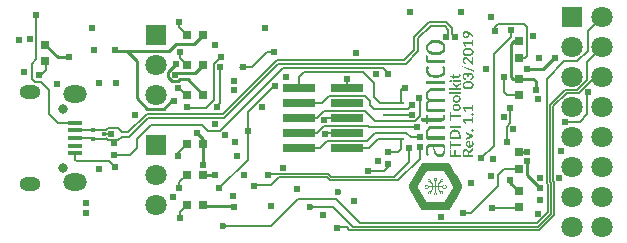
<source format=gtl>
%FSLAX44Y44*%
%MOMM*%
G71*
G01*
G75*
G04 Layer_Physical_Order=1*
G04 Layer_Color=255*
%ADD10R,0.7620X0.7620*%
%ADD11R,0.5000X0.2000*%
%ADD12R,0.7620X0.7620*%
%ADD13R,0.3000X0.3000*%
%ADD14R,1.3000X0.4500*%
%ADD15R,2.7940X0.7366*%
%ADD16R,0.6200X0.5700*%
%ADD17C,0.1500*%
%ADD18C,0.2540*%
%ADD19C,0.1524*%
%ADD20O,2.0000X1.4500*%
%ADD21O,1.8000X1.1500*%
%ADD22C,0.8000*%
%ADD23C,1.8000*%
%ADD24R,1.8000X1.8000*%
%ADD25C,1.8000*%
%ADD26R,1.8000X1.8000*%
%ADD27C,0.6100*%
%ADD28C,0.6000*%
G36*
X1661233Y1165812D02*
X1669000D01*
Y1164107D01*
X1661233D01*
Y1161344D01*
X1659837D01*
Y1168575D01*
X1661233D01*
Y1165812D01*
D02*
G37*
G36*
X1665025Y1177894D02*
X1665631Y1177795D01*
X1666279Y1177598D01*
X1666293D01*
X1666322Y1177583D01*
X1666420Y1177541D01*
X1666773Y1177358D01*
X1666998Y1177217D01*
X1667238Y1177062D01*
X1667492Y1176864D01*
X1667731Y1176653D01*
X1667760Y1176625D01*
X1667830Y1176540D01*
X1668070Y1176244D01*
X1668225Y1176033D01*
X1668309Y1175906D01*
X1668380Y1175779D01*
X1668535Y1175497D01*
X1668676Y1175187D01*
Y1175173D01*
X1668690Y1175145D01*
X1668732Y1175032D01*
X1668831Y1174623D01*
X1668901Y1174341D01*
X1668944Y1174017D01*
X1668986Y1173664D01*
X1669000Y1173481D01*
Y1173284D01*
Y1169788D01*
X1659837D01*
Y1173284D01*
Y1173467D01*
X1659879Y1173918D01*
X1659978Y1174524D01*
X1660175Y1175187D01*
X1660415Y1175694D01*
X1660711Y1176174D01*
X1660908Y1176413D01*
X1661120Y1176653D01*
X1661148Y1176681D01*
X1661233Y1176752D01*
X1661529Y1177005D01*
X1661740Y1177146D01*
X1661853Y1177231D01*
X1661994Y1177301D01*
X1662262Y1177457D01*
X1662572Y1177598D01*
X1662586D01*
X1662614Y1177612D01*
X1662713Y1177654D01*
X1662896Y1177710D01*
X1663122Y1177767D01*
X1663389Y1177823D01*
X1663714Y1177879D01*
X1663869Y1177908D01*
X1664052Y1177922D01*
X1664418Y1177936D01*
X1664588D01*
X1665025Y1177894D01*
D02*
G37*
G36*
X1661190Y1156706D02*
X1663911D01*
Y1160145D01*
X1665264D01*
Y1156706D01*
X1669000D01*
Y1155000D01*
X1659837D01*
Y1160780D01*
X1661190D01*
Y1156706D01*
D02*
G37*
G36*
X1680000Y1248632D02*
X1678830D01*
Y1250493D01*
X1673487D01*
X1672839Y1250507D01*
X1673938Y1249196D01*
X1673952Y1249182D01*
X1673981Y1249126D01*
X1674023Y1249055D01*
X1674051Y1248971D01*
Y1248957D01*
Y1248900D01*
Y1248759D01*
Y1248745D01*
X1674037Y1248703D01*
X1673995Y1248576D01*
X1673981Y1248562D01*
X1673952Y1248534D01*
X1673882Y1248477D01*
X1673205Y1247970D01*
X1670823Y1250775D01*
Y1252058D01*
X1678830D01*
Y1253707D01*
X1680000D01*
Y1248632D01*
D02*
G37*
G36*
X1674009Y1261193D02*
X1674559Y1261136D01*
X1674573D01*
X1674629Y1261122D01*
X1674798Y1261080D01*
X1675292Y1260925D01*
X1675306D01*
X1675348Y1260897D01*
X1675503Y1260840D01*
X1675982Y1260601D01*
X1675997Y1260587D01*
X1676039Y1260573D01*
X1676194Y1260474D01*
X1676645Y1260178D01*
X1679648Y1258077D01*
X1679676Y1258063D01*
X1679732Y1258007D01*
X1679817Y1257894D01*
X1679901Y1257753D01*
Y1257739D01*
X1679915Y1257711D01*
X1679944Y1257612D01*
X1679986Y1257457D01*
X1680000Y1257274D01*
Y1255836D01*
X1676448Y1258683D01*
X1676194Y1258881D01*
X1675940Y1259064D01*
X1675954Y1259050D01*
X1675968Y1259008D01*
X1676053Y1258867D01*
X1676151Y1258641D01*
X1676208Y1258514D01*
X1676250Y1258373D01*
Y1258359D01*
X1676264Y1258303D01*
X1676293Y1258134D01*
X1676335Y1257880D01*
X1676349Y1257725D01*
Y1257570D01*
Y1257556D01*
Y1257485D01*
X1676321Y1257274D01*
X1676180Y1256625D01*
X1676166Y1256611D01*
X1676151Y1256555D01*
X1676053Y1256357D01*
X1675898Y1256104D01*
X1675686Y1255822D01*
X1675461Y1255624D01*
X1675193Y1255427D01*
X1675038Y1255328D01*
X1674855Y1255244D01*
X1674530Y1255145D01*
X1674164Y1255061D01*
X1673952Y1255046D01*
X1673713Y1255032D01*
X1673332Y1255061D01*
X1672966Y1255131D01*
X1672557Y1255258D01*
X1672233Y1255427D01*
X1671922Y1255624D01*
X1671767Y1255751D01*
X1671612Y1255892D01*
X1671373Y1256174D01*
X1671175Y1256498D01*
X1671062Y1256682D01*
X1670978Y1256893D01*
X1670936Y1256992D01*
X1670851Y1257274D01*
X1670781Y1257669D01*
X1670752Y1257908D01*
X1670738Y1258162D01*
X1670766Y1258585D01*
X1670837Y1258994D01*
X1670964Y1259431D01*
X1671119Y1259769D01*
X1671316Y1260079D01*
X1671584Y1260389D01*
X1671598Y1260403D01*
X1671655Y1260460D01*
X1671852Y1260615D01*
X1671993Y1260713D01*
X1672148Y1260812D01*
X1672345Y1260911D01*
X1672543Y1260995D01*
X1672571Y1261010D01*
X1672641Y1261024D01*
X1672895Y1261108D01*
X1673290Y1261179D01*
X1673755Y1261207D01*
X1673826D01*
X1674009Y1261193D01*
D02*
G37*
G36*
X1669000Y1179430D02*
X1659837D01*
Y1181136D01*
X1669000D01*
Y1179430D01*
D02*
G37*
G36*
Y1208244D02*
X1659583D01*
Y1209809D01*
X1669000D01*
Y1208244D01*
D02*
G37*
G36*
Y1215970D02*
Y1215956D01*
Y1215941D01*
X1668986Y1215857D01*
X1668944Y1215645D01*
X1668929Y1215631D01*
X1668901Y1215575D01*
X1668831Y1215504D01*
X1668732Y1215434D01*
X1666265Y1213770D01*
X1666181Y1213714D01*
X1666110Y1213658D01*
X1666068Y1213587D01*
X1666054Y1213573D01*
X1666040Y1213517D01*
X1666026Y1213305D01*
Y1212953D01*
X1669000D01*
Y1211374D01*
X1659583D01*
Y1212953D01*
X1664982D01*
Y1213235D01*
Y1213333D01*
X1664940Y1213488D01*
X1664898Y1213545D01*
X1664855Y1213601D01*
X1664771Y1213672D01*
X1662769Y1215293D01*
X1662699Y1215363D01*
X1662628Y1215434D01*
X1662572Y1215518D01*
X1662529Y1215603D01*
X1662515Y1215716D01*
X1662501Y1215843D01*
Y1217266D01*
X1664912Y1215251D01*
X1664926Y1215237D01*
X1664954Y1215208D01*
X1665067Y1215110D01*
X1665208Y1214969D01*
X1665278Y1214884D01*
X1665349Y1214785D01*
X1665419Y1214856D01*
X1665574Y1215011D01*
X1665603Y1215025D01*
X1665659Y1215081D01*
X1665842Y1215222D01*
X1669000Y1217393D01*
Y1215970D01*
D02*
G37*
G36*
X1666209Y1206990D02*
X1666660Y1206919D01*
X1667139Y1206792D01*
X1667167Y1206778D01*
X1667238Y1206750D01*
X1667506Y1206623D01*
X1667844Y1206426D01*
X1668197Y1206144D01*
X1668211Y1206130D01*
X1668267Y1206074D01*
X1668436Y1205862D01*
X1668549Y1205707D01*
X1668662Y1205538D01*
X1668760Y1205340D01*
X1668859Y1205129D01*
X1668873Y1205101D01*
X1668887Y1205030D01*
X1668972Y1204748D01*
X1669014Y1204551D01*
X1669042Y1204325D01*
X1669070Y1204086D01*
X1669085Y1203818D01*
Y1203804D01*
Y1203790D01*
Y1203691D01*
X1669056Y1203381D01*
X1668986Y1202944D01*
X1668859Y1202479D01*
X1668845Y1202450D01*
X1668817Y1202380D01*
X1668690Y1202126D01*
X1668478Y1201802D01*
X1668197Y1201464D01*
X1668112Y1201393D01*
X1667900Y1201224D01*
X1667562Y1201013D01*
X1667365Y1200914D01*
X1667139Y1200815D01*
X1667026Y1200787D01*
X1666730Y1200703D01*
X1666519Y1200660D01*
X1666293Y1200632D01*
X1665744Y1200590D01*
X1665278Y1200618D01*
X1664827Y1200688D01*
X1664348Y1200815D01*
X1663981Y1200984D01*
X1663643Y1201196D01*
X1663305Y1201464D01*
X1663051Y1201746D01*
X1662952Y1201901D01*
X1662840Y1202070D01*
X1662741Y1202267D01*
X1662642Y1202479D01*
X1662600Y1202591D01*
X1662515Y1202873D01*
X1662445Y1203296D01*
X1662417Y1203550D01*
X1662403Y1203818D01*
X1662431Y1204255D01*
X1662501Y1204678D01*
X1662642Y1205129D01*
X1662811Y1205481D01*
X1663023Y1205806D01*
X1663305Y1206144D01*
X1663319Y1206158D01*
X1663375Y1206214D01*
X1663587Y1206384D01*
X1663742Y1206482D01*
X1663925Y1206595D01*
X1664122Y1206708D01*
X1664348Y1206792D01*
X1664376Y1206806D01*
X1664461Y1206835D01*
X1664757Y1206905D01*
X1664954Y1206947D01*
X1665194Y1206990D01*
X1665744Y1207018D01*
X1665871D01*
X1666209Y1206990D01*
D02*
G37*
G36*
X1661233Y1189918D02*
X1669000D01*
Y1188213D01*
X1661233D01*
Y1185450D01*
X1659837D01*
Y1192681D01*
X1661233D01*
Y1189918D01*
D02*
G37*
G36*
X1666209Y1199702D02*
X1666660Y1199631D01*
X1667139Y1199504D01*
X1667167Y1199490D01*
X1667238Y1199462D01*
X1667506Y1199335D01*
X1667844Y1199138D01*
X1668197Y1198856D01*
X1668211Y1198842D01*
X1668267Y1198785D01*
X1668436Y1198574D01*
X1668549Y1198419D01*
X1668662Y1198250D01*
X1668760Y1198052D01*
X1668859Y1197841D01*
X1668873Y1197813D01*
X1668887Y1197742D01*
X1668972Y1197460D01*
X1669014Y1197263D01*
X1669042Y1197037D01*
X1669070Y1196798D01*
X1669085Y1196530D01*
Y1196516D01*
Y1196502D01*
Y1196403D01*
X1669056Y1196093D01*
X1668986Y1195656D01*
X1668859Y1195191D01*
X1668845Y1195162D01*
X1668817Y1195092D01*
X1668690Y1194838D01*
X1668478Y1194514D01*
X1668197Y1194176D01*
X1668112Y1194105D01*
X1667900Y1193936D01*
X1667562Y1193725D01*
X1667365Y1193626D01*
X1667139Y1193527D01*
X1667026Y1193499D01*
X1666730Y1193414D01*
X1666519Y1193372D01*
X1666293Y1193344D01*
X1665744Y1193302D01*
X1665278Y1193330D01*
X1664827Y1193400D01*
X1664348Y1193527D01*
X1663981Y1193696D01*
X1663643Y1193908D01*
X1663305Y1194176D01*
X1663051Y1194457D01*
X1662952Y1194613D01*
X1662840Y1194782D01*
X1662741Y1194979D01*
X1662642Y1195191D01*
X1662600Y1195303D01*
X1662515Y1195585D01*
X1662445Y1196008D01*
X1662417Y1196262D01*
X1662403Y1196530D01*
X1662431Y1196967D01*
X1662501Y1197390D01*
X1662642Y1197841D01*
X1662811Y1198193D01*
X1663023Y1198518D01*
X1663305Y1198856D01*
X1663319Y1198870D01*
X1663375Y1198926D01*
X1663587Y1199095D01*
X1663742Y1199194D01*
X1663925Y1199307D01*
X1664122Y1199420D01*
X1664348Y1199504D01*
X1664376Y1199518D01*
X1664461Y1199547D01*
X1664757Y1199617D01*
X1664954Y1199659D01*
X1665194Y1199702D01*
X1665744Y1199730D01*
X1665871D01*
X1666209Y1199702D01*
D02*
G37*
G36*
X1676123Y1246800D02*
X1676800Y1246715D01*
X1677505Y1246574D01*
X1677519D01*
X1677547Y1246560D01*
X1677646Y1246532D01*
X1678026Y1246391D01*
X1678492Y1246165D01*
X1678745Y1246024D01*
X1678971Y1245855D01*
X1678999Y1245841D01*
X1679070Y1245771D01*
X1679295Y1245559D01*
X1679436Y1245390D01*
X1679577Y1245207D01*
X1679718Y1245009D01*
X1679831Y1244784D01*
X1679845Y1244756D01*
X1679873Y1244671D01*
X1679915Y1244558D01*
X1679958Y1244389D01*
X1680014Y1244192D01*
X1680056Y1243966D01*
X1680085Y1243712D01*
X1680099Y1243459D01*
Y1243430D01*
X1680085Y1243332D01*
X1680056Y1243022D01*
X1679986Y1242585D01*
X1679831Y1242120D01*
X1679817Y1242091D01*
X1679774Y1242021D01*
X1679619Y1241767D01*
X1679352Y1241415D01*
X1679168Y1241231D01*
X1678971Y1241062D01*
X1678872Y1240992D01*
X1678745Y1240907D01*
X1678576Y1240808D01*
X1678351Y1240696D01*
X1678111Y1240569D01*
X1677815Y1240456D01*
X1677505Y1240357D01*
X1677350Y1240315D01*
X1676913Y1240230D01*
X1676250Y1240146D01*
X1675856Y1240118D01*
X1675419Y1240104D01*
X1674714Y1240132D01*
X1674037Y1240216D01*
X1673346Y1240357D01*
X1672825Y1240541D01*
X1672345Y1240766D01*
X1672106Y1240907D01*
X1671880Y1241062D01*
X1671556Y1241358D01*
X1671415Y1241513D01*
X1671274Y1241697D01*
X1671133Y1241908D01*
X1671020Y1242120D01*
X1670978Y1242232D01*
X1670879Y1242514D01*
X1670823Y1242726D01*
X1670781Y1242951D01*
X1670752Y1243191D01*
X1670738Y1243459D01*
X1670766Y1243896D01*
X1670851Y1244319D01*
X1671020Y1244784D01*
X1671077Y1244883D01*
X1671232Y1245150D01*
X1671499Y1245503D01*
X1671683Y1245686D01*
X1671880Y1245855D01*
X1671908Y1245883D01*
X1671979Y1245926D01*
X1672275Y1246123D01*
X1672486Y1246236D01*
X1672740Y1246349D01*
X1673022Y1246476D01*
X1673346Y1246574D01*
X1673360D01*
X1673389Y1246588D01*
X1673501Y1246616D01*
X1673938Y1246701D01*
X1674587Y1246786D01*
X1674982Y1246814D01*
X1675419Y1246828D01*
X1675616D01*
X1676123Y1246800D01*
D02*
G37*
G36*
X1679267Y1178077D02*
X1679521Y1178006D01*
X1679549Y1177992D01*
X1679619Y1177950D01*
X1679817Y1177795D01*
X1679831Y1177767D01*
X1679887Y1177710D01*
X1679958Y1177612D01*
X1680014Y1177499D01*
X1680028Y1177471D01*
X1680042Y1177386D01*
X1680070Y1177273D01*
X1680085Y1177118D01*
Y1177104D01*
Y1177090D01*
X1680070Y1176991D01*
X1680014Y1176738D01*
X1680000D01*
Y1176709D01*
X1679958Y1176639D01*
X1679817Y1176442D01*
X1679732Y1176371D01*
X1679633Y1176301D01*
X1679521Y1176230D01*
X1679408Y1176202D01*
X1679140Y1176160D01*
X1679013Y1176174D01*
X1678774Y1176230D01*
X1678661Y1176286D01*
X1678562Y1176357D01*
X1678463Y1176442D01*
X1678393Y1176526D01*
X1678322Y1176625D01*
X1678266Y1176738D01*
X1678224Y1176850D01*
X1678196Y1176977D01*
X1678181Y1177118D01*
X1678196Y1177245D01*
X1678266Y1177499D01*
X1678322Y1177598D01*
X1678463Y1177795D01*
X1678492Y1177823D01*
X1678548Y1177879D01*
X1678647Y1177950D01*
X1678774Y1178006D01*
X1678802Y1178020D01*
X1678886Y1178049D01*
X1678999Y1178077D01*
X1679140Y1178091D01*
X1679168D01*
X1679267Y1178077D01*
D02*
G37*
G36*
X1680000Y1183208D02*
X1678830D01*
Y1185069D01*
X1673487D01*
X1672839Y1185083D01*
X1673938Y1183772D01*
X1673952Y1183758D01*
X1673981Y1183701D01*
X1674023Y1183631D01*
X1674051Y1183547D01*
Y1183532D01*
Y1183476D01*
Y1183335D01*
Y1183321D01*
X1674037Y1183279D01*
X1673995Y1183152D01*
X1673981Y1183138D01*
X1673952Y1183109D01*
X1673882Y1183053D01*
X1673205Y1182546D01*
X1670823Y1185351D01*
Y1186634D01*
X1678830D01*
Y1188283D01*
X1680000D01*
Y1183208D01*
D02*
G37*
G36*
Y1172988D02*
Y1171564D01*
X1673501Y1168984D01*
Y1170267D01*
X1673515Y1170380D01*
X1673530Y1170464D01*
X1673586Y1170563D01*
X1673642Y1170634D01*
X1673699Y1170676D01*
X1673783Y1170718D01*
X1677265Y1171973D01*
X1677279D01*
X1677322Y1171987D01*
X1677463Y1172043D01*
X1677646Y1172100D01*
X1677871Y1172156D01*
X1677885D01*
X1677914Y1172170D01*
X1678055Y1172198D01*
X1678449Y1172283D01*
X1678266Y1172325D01*
X1677871Y1172424D01*
X1677265Y1172607D01*
X1673783Y1173890D01*
X1673713Y1173932D01*
X1673642Y1173975D01*
X1673586Y1174045D01*
X1673544Y1174130D01*
X1673515Y1174214D01*
X1673501Y1174327D01*
Y1175567D01*
X1680000Y1172988D01*
D02*
G37*
G36*
Y1160625D02*
Y1160611D01*
Y1160554D01*
X1679958Y1160385D01*
X1679859Y1160174D01*
X1679774Y1160075D01*
X1679662Y1159990D01*
X1676729Y1158059D01*
X1676631Y1157989D01*
X1676560Y1157918D01*
X1676490Y1157819D01*
X1676476Y1157791D01*
X1676448Y1157721D01*
X1676434Y1157608D01*
X1676419Y1157439D01*
Y1156706D01*
X1680000D01*
Y1155000D01*
X1670837D01*
Y1157791D01*
X1670865Y1158341D01*
X1670922Y1158863D01*
X1671034Y1159398D01*
X1671175Y1159793D01*
X1671330Y1160145D01*
X1671570Y1160498D01*
X1671626Y1160568D01*
X1671810Y1160738D01*
X1672077Y1160935D01*
X1672233Y1161033D01*
X1672416Y1161118D01*
X1672430Y1161132D01*
X1672500Y1161146D01*
X1672726Y1161231D01*
X1673064Y1161301D01*
X1673262Y1161316D01*
X1673473Y1161330D01*
X1673558D01*
X1673755Y1161316D01*
X1674037Y1161273D01*
X1674347Y1161189D01*
X1674361D01*
X1674418Y1161160D01*
X1674587Y1161090D01*
X1674841Y1160963D01*
X1675094Y1160794D01*
X1675108Y1160780D01*
X1675151Y1160752D01*
X1675292Y1160625D01*
X1675489Y1160413D01*
X1675588Y1160301D01*
X1675686Y1160160D01*
X1675700Y1160145D01*
X1675729Y1160089D01*
X1675827Y1159920D01*
X1675968Y1159652D01*
X1676095Y1159314D01*
X1676222Y1159497D01*
X1676391Y1159680D01*
X1676617Y1159864D01*
X1680000Y1162161D01*
Y1160625D01*
D02*
G37*
G36*
X1676546Y1168505D02*
X1676701Y1168491D01*
X1676828Y1168435D01*
X1676842Y1168420D01*
X1676885Y1168378D01*
X1676941Y1168294D01*
X1676955Y1168152D01*
Y1164121D01*
X1676969D01*
X1677040Y1164135D01*
X1677251Y1164163D01*
X1677815Y1164290D01*
X1677829Y1164304D01*
X1677871Y1164318D01*
X1678026Y1164389D01*
X1678224Y1164501D01*
X1678421Y1164657D01*
X1678548Y1164811D01*
X1678675Y1164995D01*
X1678774Y1165206D01*
X1678830Y1165404D01*
X1678872Y1165629D01*
X1678886Y1165897D01*
X1678872Y1166123D01*
X1678802Y1166560D01*
X1678745Y1166729D01*
X1678604Y1167039D01*
X1678407Y1167405D01*
X1678365Y1167504D01*
X1678337Y1167603D01*
X1678322Y1167701D01*
X1678337Y1167814D01*
X1678379Y1167913D01*
X1678463Y1167998D01*
X1679041Y1168449D01*
X1679055Y1168435D01*
X1679084Y1168406D01*
X1679211Y1168279D01*
X1679380Y1168082D01*
X1679549Y1167857D01*
X1679563Y1167842D01*
X1679577Y1167800D01*
X1679662Y1167645D01*
X1679774Y1167434D01*
X1679873Y1167180D01*
Y1167166D01*
X1679887Y1167123D01*
X1679944Y1166968D01*
X1680000Y1166743D01*
X1680042Y1166475D01*
Y1166461D01*
Y1166419D01*
X1680056Y1166249D01*
X1680070Y1166024D01*
X1680085Y1165756D01*
Y1165728D01*
Y1165643D01*
X1680056Y1165347D01*
X1680000Y1164938D01*
X1679873Y1164501D01*
X1679859Y1164473D01*
X1679831Y1164403D01*
X1679704Y1164163D01*
X1679492Y1163825D01*
X1679366Y1163656D01*
X1679211Y1163486D01*
X1679126Y1163416D01*
X1678914Y1163233D01*
X1678759Y1163120D01*
X1678562Y1163007D01*
X1678351Y1162894D01*
X1678125Y1162796D01*
X1678012Y1162753D01*
X1677688Y1162683D01*
X1677463Y1162626D01*
X1677209Y1162598D01*
X1676617Y1162556D01*
X1676208Y1162584D01*
X1675799Y1162641D01*
X1675362Y1162767D01*
X1675010Y1162937D01*
X1674685Y1163120D01*
X1674347Y1163388D01*
X1674277Y1163458D01*
X1674093Y1163670D01*
X1673868Y1163980D01*
X1673755Y1164163D01*
X1673656Y1164374D01*
X1673614Y1164473D01*
X1673572Y1164600D01*
X1673530Y1164755D01*
X1673487Y1164952D01*
X1673445Y1165178D01*
X1673417Y1165418D01*
X1673403Y1165686D01*
X1673431Y1166066D01*
X1673487Y1166433D01*
X1673600Y1166827D01*
X1673741Y1167138D01*
X1673910Y1167420D01*
X1674164Y1167716D01*
X1674178Y1167730D01*
X1674234Y1167786D01*
X1674418Y1167927D01*
X1674714Y1168124D01*
X1674897Y1168223D01*
X1675094Y1168308D01*
X1675123Y1168322D01*
X1675193Y1168336D01*
X1675461Y1168420D01*
X1675644Y1168449D01*
X1675856Y1168491D01*
X1676349Y1168519D01*
X1676405D01*
X1676546Y1168505D01*
D02*
G37*
G36*
X1679267Y1191540D02*
X1679521Y1191469D01*
X1679549Y1191455D01*
X1679619Y1191413D01*
X1679817Y1191257D01*
X1679831Y1191229D01*
X1679887Y1191173D01*
X1679958Y1191074D01*
X1680014Y1190962D01*
X1680028Y1190933D01*
X1680042Y1190849D01*
X1680070Y1190736D01*
X1680085Y1190581D01*
Y1190567D01*
Y1190553D01*
X1680070Y1190454D01*
X1680014Y1190200D01*
X1680000D01*
Y1190172D01*
X1679958Y1190102D01*
X1679817Y1189904D01*
X1679732Y1189834D01*
X1679633Y1189763D01*
X1679521Y1189693D01*
X1679408Y1189665D01*
X1679140Y1189622D01*
X1679013Y1189636D01*
X1678774Y1189693D01*
X1678661Y1189749D01*
X1678562Y1189820D01*
X1678463Y1189904D01*
X1678393Y1189989D01*
X1678322Y1190088D01*
X1678266Y1190200D01*
X1678224Y1190313D01*
X1678196Y1190440D01*
X1678181Y1190581D01*
X1678196Y1190708D01*
X1678266Y1190962D01*
X1678322Y1191060D01*
X1678463Y1191257D01*
X1678492Y1191286D01*
X1678548Y1191342D01*
X1678647Y1191413D01*
X1678774Y1191469D01*
X1678802Y1191483D01*
X1678886Y1191511D01*
X1678999Y1191540D01*
X1679140Y1191553D01*
X1679168D01*
X1679267Y1191540D01*
D02*
G37*
G36*
X1680014Y1228389D02*
X1680028D01*
X1680056Y1228375D01*
X1680183Y1228304D01*
X1680324Y1228192D01*
X1680451Y1228037D01*
Y1228023D01*
X1680465Y1227994D01*
X1680522Y1227881D01*
X1680564Y1227740D01*
X1680592Y1227557D01*
Y1226895D01*
X1671133Y1230588D01*
X1670978Y1230673D01*
X1670851Y1230771D01*
X1670724Y1230898D01*
X1670654Y1231039D01*
X1670611Y1231194D01*
X1670583Y1231392D01*
Y1232068D01*
X1680014Y1228389D01*
D02*
G37*
G36*
X1680000Y1232914D02*
X1679492D01*
X1679380Y1232928D01*
X1679154Y1232971D01*
X1679055Y1233027D01*
X1678844Y1233196D01*
X1676053Y1235973D01*
X1675827Y1236185D01*
X1675616Y1236382D01*
X1675376Y1236593D01*
X1675179Y1236763D01*
X1674967Y1236904D01*
X1674742Y1237059D01*
X1674545Y1237157D01*
X1674333Y1237256D01*
X1674093Y1237341D01*
X1673882Y1237397D01*
X1673656Y1237425D01*
X1673530Y1237439D01*
X1673403D01*
X1673205Y1237425D01*
X1672825Y1237341D01*
X1672670Y1237270D01*
X1672543Y1237200D01*
X1672402Y1237073D01*
X1672388D01*
X1672374Y1237045D01*
X1672303Y1236960D01*
X1672204Y1236819D01*
X1672134Y1236650D01*
Y1236636D01*
X1672120Y1236608D01*
X1672092Y1236495D01*
X1672063Y1236326D01*
X1672049Y1236114D01*
Y1236100D01*
Y1236072D01*
X1672063Y1235945D01*
X1672134Y1235593D01*
Y1235579D01*
X1672148Y1235550D01*
X1672190Y1235452D01*
X1672359Y1235170D01*
X1672388Y1235142D01*
X1672458Y1235057D01*
X1672557Y1234958D01*
X1672698Y1234859D01*
X1672712D01*
X1672726Y1234845D01*
X1672811Y1234789D01*
X1672952Y1234719D01*
X1673107Y1234662D01*
X1673121D01*
X1673149Y1234648D01*
X1673262Y1234592D01*
X1673403Y1234507D01*
X1673459Y1234451D01*
X1673501Y1234380D01*
X1673515Y1234352D01*
X1673530Y1234253D01*
X1673544Y1234098D01*
X1673530Y1233887D01*
X1673389Y1233069D01*
X1672994Y1233154D01*
X1672233Y1233436D01*
X1671936Y1233619D01*
X1671669Y1233830D01*
X1671528Y1233971D01*
X1671401Y1234112D01*
X1671344Y1234183D01*
X1671218Y1234380D01*
X1671133Y1234521D01*
X1671048Y1234690D01*
X1670978Y1234859D01*
X1670907Y1235057D01*
X1670823Y1235395D01*
X1670766Y1235762D01*
X1670738Y1235973D01*
Y1236199D01*
X1670766Y1236579D01*
X1670809Y1236960D01*
X1670922Y1237355D01*
X1670950Y1237439D01*
X1671062Y1237665D01*
X1671218Y1237961D01*
X1671457Y1238257D01*
X1671514Y1238313D01*
X1671683Y1238468D01*
X1671810Y1238567D01*
X1671951Y1238666D01*
X1672106Y1238750D01*
X1672275Y1238835D01*
X1672289Y1238849D01*
X1672359Y1238863D01*
X1672585Y1238948D01*
X1672923Y1239018D01*
X1673135Y1239032D01*
X1673346Y1239046D01*
X1673431D01*
X1673656Y1239032D01*
X1673952Y1238976D01*
X1674291Y1238891D01*
X1674305D01*
X1674361Y1238863D01*
X1674545Y1238793D01*
X1675108Y1238497D01*
X1675123Y1238483D01*
X1675179Y1238454D01*
X1675348Y1238342D01*
X1675870Y1237919D01*
X1675884Y1237905D01*
X1675926Y1237862D01*
X1676095Y1237707D01*
X1676617Y1237214D01*
X1678731Y1235142D01*
X1678689Y1235325D01*
X1678604Y1235733D01*
X1678576Y1235917D01*
X1678548Y1236297D01*
Y1238652D01*
X1678562Y1238793D01*
X1678604Y1238920D01*
X1678689Y1239046D01*
Y1239060D01*
X1678717Y1239074D01*
X1678788Y1239131D01*
X1678914Y1239173D01*
X1679070Y1239201D01*
X1680000D01*
Y1232914D01*
D02*
G37*
G36*
X1677688Y1225894D02*
X1678083Y1225809D01*
X1678506Y1225668D01*
X1678534Y1225654D01*
X1678590Y1225626D01*
X1678816Y1225485D01*
X1679098Y1225274D01*
X1679394Y1224977D01*
X1679408Y1224963D01*
X1679450Y1224907D01*
X1679507Y1224808D01*
X1679591Y1224696D01*
X1679774Y1224371D01*
X1679859Y1224188D01*
X1679930Y1223977D01*
Y1223949D01*
X1679958Y1223878D01*
X1680014Y1223610D01*
X1680070Y1223230D01*
X1680099Y1222778D01*
Y1222750D01*
Y1222666D01*
X1680070Y1222370D01*
X1679944Y1221580D01*
X1679930Y1221552D01*
X1679915Y1221496D01*
X1679831Y1221284D01*
X1679676Y1220988D01*
X1679478Y1220692D01*
X1679464Y1220678D01*
X1679422Y1220636D01*
X1679267Y1220467D01*
X1679027Y1220255D01*
X1678717Y1220044D01*
X1678421Y1219889D01*
X1678083Y1219734D01*
X1677674Y1219578D01*
X1677392Y1220269D01*
X1677336Y1220438D01*
X1677322Y1220608D01*
X1677336Y1220777D01*
X1677392Y1220918D01*
X1677463Y1221030D01*
X1677519Y1221087D01*
X1677589Y1221129D01*
X1677603D01*
X1677632Y1221143D01*
X1677730Y1221199D01*
X1678026Y1221369D01*
X1678040Y1221383D01*
X1678055Y1221397D01*
X1678153Y1221467D01*
X1678407Y1221693D01*
X1678506Y1221820D01*
X1678590Y1221961D01*
X1678689Y1222144D01*
X1678731Y1222327D01*
X1678774Y1222525D01*
X1678788Y1222764D01*
X1678774Y1223004D01*
X1678661Y1223455D01*
X1678576Y1223638D01*
X1678463Y1223808D01*
X1678322Y1223963D01*
X1678181Y1224075D01*
X1678040Y1224174D01*
X1677857Y1224259D01*
X1677688Y1224315D01*
X1677519Y1224343D01*
X1677336Y1224357D01*
X1677138Y1224343D01*
X1676744Y1224287D01*
X1676574Y1224230D01*
X1676434Y1224132D01*
X1676278Y1223991D01*
X1676264Y1223977D01*
X1676250Y1223949D01*
X1676166Y1223836D01*
X1676123Y1223751D01*
X1676067Y1223638D01*
X1676025Y1223511D01*
X1675982Y1223356D01*
Y1223342D01*
X1675968Y1223286D01*
X1675926Y1223060D01*
X1675898Y1222905D01*
X1675884Y1222708D01*
X1675870Y1222496D01*
Y1222243D01*
X1674756D01*
X1674742Y1222581D01*
X1674643Y1223201D01*
X1674573Y1223427D01*
X1674488Y1223624D01*
X1674361Y1223808D01*
X1674234Y1223934D01*
X1674093Y1224033D01*
X1673924Y1224118D01*
X1673755Y1224174D01*
X1673586Y1224202D01*
X1673374Y1224216D01*
X1673262D01*
X1673008Y1224174D01*
X1672684Y1224061D01*
X1672529Y1223977D01*
X1672388Y1223850D01*
X1672374Y1223836D01*
X1672331Y1223779D01*
X1672218Y1223596D01*
X1672162Y1223455D01*
X1672106Y1223286D01*
X1672063Y1223103D01*
X1672049Y1222891D01*
Y1222877D01*
Y1222849D01*
X1672063Y1222722D01*
X1672134Y1222370D01*
Y1222355D01*
X1672148Y1222327D01*
X1672190Y1222229D01*
X1672359Y1221947D01*
X1672388Y1221918D01*
X1672458Y1221834D01*
X1672557Y1221735D01*
X1672698Y1221637D01*
X1672712D01*
X1672726Y1221622D01*
X1672811Y1221566D01*
X1672952Y1221510D01*
X1673107Y1221453D01*
X1673121D01*
X1673149Y1221439D01*
X1673262Y1221369D01*
X1673403Y1221284D01*
X1673501Y1221157D01*
X1673515Y1221129D01*
X1673530Y1221030D01*
X1673544Y1220889D01*
X1673530Y1220678D01*
X1673389Y1219846D01*
X1672994Y1219931D01*
X1672233Y1220213D01*
X1671936Y1220410D01*
X1671669Y1220622D01*
X1671528Y1220762D01*
X1671401Y1220903D01*
X1671344Y1220974D01*
X1671218Y1221171D01*
X1671133Y1221312D01*
X1671048Y1221467D01*
X1670907Y1221834D01*
X1670823Y1222172D01*
X1670766Y1222539D01*
X1670738Y1222750D01*
Y1222976D01*
X1670766Y1223356D01*
X1670809Y1223723D01*
X1670922Y1224118D01*
X1671048Y1224414D01*
X1671203Y1224696D01*
X1671415Y1224992D01*
X1671471Y1225048D01*
X1671626Y1225203D01*
X1671866Y1225372D01*
X1672021Y1225471D01*
X1672176Y1225541D01*
X1672190Y1225555D01*
X1672247Y1225570D01*
X1672444Y1225640D01*
X1672585Y1225682D01*
X1672740Y1225711D01*
X1672909Y1225725D01*
X1673092Y1225739D01*
X1673163D01*
X1673346Y1225725D01*
X1673868Y1225640D01*
X1673882D01*
X1673924Y1225626D01*
X1674065Y1225570D01*
X1674263Y1225485D01*
X1674460Y1225358D01*
X1674474Y1225344D01*
X1674502Y1225330D01*
X1674601Y1225231D01*
X1674728Y1225090D01*
X1674869Y1224893D01*
Y1224879D01*
X1674897Y1224851D01*
X1674967Y1224724D01*
X1675052Y1224526D01*
X1675151Y1224287D01*
X1675348Y1224752D01*
X1675602Y1225161D01*
X1675771Y1225344D01*
X1675954Y1225513D01*
X1675982Y1225527D01*
X1676053Y1225584D01*
X1676321Y1225725D01*
X1676504Y1225795D01*
X1676729Y1225866D01*
X1676997Y1225908D01*
X1677124Y1225922D01*
X1677392D01*
X1677688Y1225894D01*
D02*
G37*
G36*
X1680000Y1193584D02*
X1678830D01*
Y1195444D01*
X1673487D01*
X1672839Y1195458D01*
X1673938Y1194147D01*
X1673952Y1194133D01*
X1673981Y1194077D01*
X1674023Y1194006D01*
X1674051Y1193922D01*
Y1193908D01*
Y1193851D01*
Y1193710D01*
Y1193696D01*
X1674037Y1193654D01*
X1673995Y1193527D01*
X1673981Y1193513D01*
X1673952Y1193485D01*
X1673882Y1193428D01*
X1673205Y1192921D01*
X1670823Y1195726D01*
Y1197009D01*
X1678830D01*
Y1198658D01*
X1680000D01*
Y1193584D01*
D02*
G37*
G36*
X1676123Y1218817D02*
X1676800Y1218733D01*
X1677505Y1218592D01*
X1677519D01*
X1677547Y1218577D01*
X1677646Y1218549D01*
X1678026Y1218408D01*
X1678492Y1218183D01*
X1678745Y1218042D01*
X1678971Y1217873D01*
X1678999Y1217859D01*
X1679070Y1217788D01*
X1679295Y1217577D01*
X1679436Y1217407D01*
X1679577Y1217224D01*
X1679718Y1217027D01*
X1679831Y1216801D01*
X1679845Y1216773D01*
X1679873Y1216689D01*
X1679915Y1216576D01*
X1679958Y1216407D01*
X1680014Y1216209D01*
X1680056Y1215984D01*
X1680085Y1215730D01*
X1680099Y1215476D01*
Y1215448D01*
X1680085Y1215349D01*
X1680056Y1215039D01*
X1679986Y1214602D01*
X1679831Y1214137D01*
X1679817Y1214109D01*
X1679774Y1214038D01*
X1679619Y1213784D01*
X1679352Y1213432D01*
X1679168Y1213249D01*
X1678971Y1213080D01*
X1678872Y1213009D01*
X1678745Y1212925D01*
X1678576Y1212826D01*
X1678351Y1212713D01*
X1678111Y1212586D01*
X1677815Y1212474D01*
X1677505Y1212375D01*
X1677350Y1212333D01*
X1676913Y1212248D01*
X1676250Y1212163D01*
X1675856Y1212135D01*
X1675419Y1212121D01*
X1674714Y1212149D01*
X1674037Y1212234D01*
X1673346Y1212375D01*
X1672825Y1212558D01*
X1672345Y1212784D01*
X1672106Y1212925D01*
X1671880Y1213080D01*
X1671556Y1213376D01*
X1671415Y1213531D01*
X1671274Y1213714D01*
X1671133Y1213925D01*
X1671020Y1214137D01*
X1670978Y1214250D01*
X1670879Y1214532D01*
X1670823Y1214743D01*
X1670781Y1214969D01*
X1670752Y1215208D01*
X1670738Y1215476D01*
X1670766Y1215913D01*
X1670851Y1216336D01*
X1671020Y1216801D01*
X1671077Y1216900D01*
X1671232Y1217168D01*
X1671499Y1217520D01*
X1671683Y1217703D01*
X1671880Y1217873D01*
X1671908Y1217901D01*
X1671979Y1217943D01*
X1672275Y1218140D01*
X1672486Y1218253D01*
X1672740Y1218366D01*
X1673022Y1218493D01*
X1673346Y1218592D01*
X1673360D01*
X1673389Y1218606D01*
X1673501Y1218634D01*
X1673938Y1218718D01*
X1674587Y1218803D01*
X1674982Y1218831D01*
X1675419Y1218845D01*
X1675616D01*
X1676123Y1218817D01*
D02*
G37*
G36*
X1655905Y1212964D02*
X1656017Y1212851D01*
X1656015Y1210363D01*
X1656015D01*
Y1210363D01*
X1656010Y1210345D01*
X1655991Y1210337D01*
X1644854Y1210339D01*
X1644855Y1210339D01*
X1644855Y1210339D01*
D01*
D01*
D01*
D01*
D01*
Y1210339D01*
X1644853Y1210339D01*
X1644853D01*
D01*
D01*
Y1210339D01*
D01*
D01*
D01*
D01*
Y1210339D01*
D01*
D01*
Y1210339D01*
D01*
X1644103Y1210293D01*
X1643430Y1210155D01*
X1642841Y1209918D01*
X1642345Y1209578D01*
X1641947Y1209129D01*
X1641652Y1208566D01*
X1641470Y1207883D01*
X1641408Y1207075D01*
X1641514Y1206152D01*
X1641817Y1205329D01*
X1642291Y1204606D01*
X1642907Y1203988D01*
X1655904D01*
X1656017Y1203875D01*
X1656015Y1201385D01*
X1656015D01*
Y1201385D01*
X1656009Y1201366D01*
X1655990Y1201358D01*
X1644440Y1201360D01*
X1644440Y1201360D01*
X1644440Y1201360D01*
D01*
D01*
D01*
D01*
D01*
Y1201360D01*
X1644438Y1201360D01*
X1644438D01*
D01*
D01*
Y1201360D01*
D01*
D01*
D01*
D01*
Y1201360D01*
D01*
D01*
X1643783Y1201312D01*
X1643194Y1201168D01*
X1642677Y1200920D01*
X1642239Y1200568D01*
X1641886Y1200105D01*
X1641625Y1199528D01*
X1641463Y1198830D01*
X1641408Y1198009D01*
X1641530Y1196394D01*
X1641937Y1195040D01*
X1655904D01*
X1656017Y1194927D01*
X1656015Y1192438D01*
X1656015D01*
Y1192438D01*
X1656009Y1192419D01*
X1655990Y1192411D01*
X1640852Y1192413D01*
Y1192413D01*
X1640852D01*
X1640833Y1192419D01*
X1640829Y1192430D01*
X1640011Y1194938D01*
X1640011Y1194938D01*
X1640009Y1194943D01*
X1639704Y1197916D01*
X1639704D01*
X1639703Y1197917D01*
X1639704Y1197921D01*
X1639704D01*
X1639704Y1197921D01*
Y1197921D01*
X1639704Y1197921D01*
D01*
X1639824Y1199537D01*
D01*
D01*
D01*
D01*
D01*
D01*
X1639824D01*
D01*
D01*
X1639824Y1199537D01*
D01*
D01*
D01*
D01*
D01*
D01*
D01*
Y1199537D01*
D01*
D01*
D01*
D01*
D01*
D01*
D01*
Y1199537D01*
D01*
X1640182Y1200835D01*
D01*
D01*
D01*
D01*
D01*
D01*
X1640182D01*
X1640182Y1200835D01*
X1640182Y1200835D01*
X1640182D01*
D01*
X1640182Y1200836D01*
X1640183Y1200838D01*
X1640768Y1201880D01*
X1640768Y1201880D01*
X1640768Y1201880D01*
X1640768Y1201880D01*
X1640768D01*
X1640769Y1201881D01*
X1641560Y1202720D01*
Y1202720D01*
X1641560Y1202720D01*
X1641560D01*
X1640795Y1203603D01*
X1640796D01*
Y1203603D01*
D01*
D01*
D01*
D01*
D01*
D01*
D01*
D01*
D01*
D01*
Y1203603D01*
D01*
D01*
D01*
D01*
D01*
D01*
D01*
D01*
D01*
D01*
D01*
Y1203603D01*
D01*
D01*
D01*
D01*
D01*
X1640795D01*
D01*
X1640205Y1204692D01*
D01*
Y1204692D01*
D01*
D01*
D01*
D01*
D01*
D01*
D01*
D01*
Y1204692D01*
X1640205Y1204692D01*
X1640203Y1204696D01*
X1639833Y1205936D01*
D01*
D01*
X1639833D01*
X1639833D01*
Y1205936D01*
D01*
D01*
D01*
X1639832Y1205941D01*
X1639832D01*
D01*
D01*
D01*
X1639704Y1207309D01*
D01*
X1639704D01*
D01*
D01*
X1639704Y1207309D01*
D01*
D01*
D01*
D01*
Y1207309D01*
D01*
D01*
D01*
D01*
D01*
D01*
Y1207309D01*
X1640080Y1209845D01*
X1640080Y1209845D01*
Y1209845D01*
D01*
X1640080D01*
D01*
Y1209845D01*
D01*
D01*
X1641140Y1211605D01*
X1641140Y1211605D01*
X1641140D01*
X1641147Y1211613D01*
D01*
D01*
D01*
D01*
X1641147D01*
X1641147Y1211613D01*
X1641148Y1211614D01*
D01*
D01*
D01*
D01*
Y1211614D01*
X1641148Y1211614D01*
X1642776Y1212631D01*
X1642776D01*
D01*
D01*
D01*
D01*
D01*
D01*
D01*
Y1212631D01*
X1642776D01*
D01*
D01*
D01*
D01*
D01*
Y1212631D01*
X1642776D01*
Y1212631D01*
X1642776Y1212631D01*
D01*
Y1212631D01*
D01*
D01*
D01*
D01*
X1642776Y1212631D01*
D01*
Y1212631D01*
D01*
Y1212631D01*
D01*
X1642785Y1212635D01*
X1644879Y1212964D01*
X1644879Y1212964D01*
X1644879D01*
X1644879D01*
X1644883Y1212966D01*
Y1212966D01*
D01*
X1655905Y1212964D01*
D02*
G37*
G36*
X1648243Y1136789D02*
X1648563Y1136657D01*
X1648838Y1136446D01*
X1649049Y1136171D01*
X1649182Y1135851D01*
X1649227Y1135507D01*
X1649182Y1135164D01*
X1649049Y1134843D01*
X1648838Y1134568D01*
X1648563Y1134358D01*
X1648270Y1134236D01*
D01*
X1648259Y1134241D01*
X1648259Y1134241D01*
X1648259Y1134214D01*
Y1134214D01*
Y1132600D01*
X1648260Y1129869D01*
X1650055D01*
X1650053Y1131897D01*
X1650055Y1131897D01*
X1650055Y1131897D01*
X1650055Y1131897D01*
Y1131897D01*
X1650055D01*
X1650055Y1131897D01*
X1650057Y1132002D01*
D01*
X1650057Y1132002D01*
D01*
D01*
D01*
Y1132003D01*
X1650057Y1132003D01*
D01*
D01*
D01*
Y1132003D01*
X1650057D01*
X1650119Y1132178D01*
D01*
Y1132178D01*
D01*
D01*
X1650119D01*
D01*
D01*
D01*
D01*
D01*
X1650119D01*
Y1132178D01*
D01*
D01*
X1650278Y1132366D01*
X1650278Y1132366D01*
Y1132366D01*
D01*
D01*
D01*
D01*
D01*
D01*
D01*
X1650278D01*
D01*
D01*
D01*
D01*
D01*
X1650278D01*
D01*
D01*
D01*
D01*
D01*
X1650278D01*
D01*
Y1132366D01*
D01*
D01*
D01*
X1650278D01*
D01*
D01*
D01*
D01*
D01*
D01*
X1650278Y1132366D01*
Y1132366D01*
X1650278D01*
D01*
Y1132366D01*
D01*
D01*
D01*
D01*
D01*
D01*
D01*
D01*
X1650278Y1132367D01*
X1650278D01*
D01*
Y1132367D01*
D01*
D01*
D01*
D01*
D01*
D01*
D01*
D01*
D01*
X1650279Y1132367D01*
X1650279D01*
D01*
D01*
D01*
D01*
Y1132367D01*
D01*
D01*
D01*
D01*
D01*
D01*
D01*
D01*
D01*
D01*
D01*
D01*
D01*
D01*
D01*
X1650279Y1132367D01*
D01*
D01*
D01*
D01*
D01*
D01*
D01*
D01*
D01*
D01*
D01*
D01*
D01*
D01*
D01*
D01*
D01*
D01*
D01*
D01*
D01*
D01*
D01*
D01*
D01*
Y1132367D01*
D01*
D01*
D01*
D01*
D01*
D01*
D01*
D01*
D01*
D01*
D01*
D01*
D01*
D01*
D01*
D01*
D01*
D01*
D01*
D01*
D01*
D01*
D01*
D01*
Y1132367D01*
D01*
D01*
D01*
D01*
X1650279D01*
D01*
D01*
D01*
X1650479Y1132583D01*
D01*
X1650479D01*
D01*
D01*
D01*
D01*
D01*
X1650479D01*
D01*
D01*
D01*
D01*
D01*
X1650479D01*
D01*
D01*
D01*
Y1132583D01*
D01*
D01*
X1650479Y1132584D01*
Y1132584D01*
D01*
D01*
D01*
D01*
D01*
D01*
D01*
Y1132584D01*
D01*
D01*
D01*
D01*
D01*
D01*
D01*
D01*
D01*
D01*
D01*
D01*
D01*
Y1132584D01*
D01*
D01*
D01*
X1650479D01*
D01*
D01*
D01*
D01*
D01*
D01*
D01*
X1650650Y1132766D01*
X1650650Y1132766D01*
Y1132766D01*
X1650650D01*
Y1132766D01*
D01*
D01*
D01*
X1650650Y1132766D01*
X1650650Y1132766D01*
X1650651Y1132766D01*
D01*
D01*
D01*
X1650651Y1132766D01*
X1650652D01*
X1650652Y1132766D01*
D01*
D01*
D01*
D01*
D01*
D01*
D01*
D01*
D01*
X1650652Y1132766D01*
X1650724Y1132843D01*
D01*
X1650724Y1132843D01*
Y1132843D01*
X1650726Y1132842D01*
D01*
D01*
D01*
X1650726D01*
X1650726Y1132842D01*
D01*
D01*
D01*
X1650726Y1132842D01*
X1652005Y1134125D01*
X1651903Y1134371D01*
X1651858Y1134714D01*
X1651903Y1135058D01*
X1652036Y1135378D01*
X1652247Y1135653D01*
X1652522Y1135864D01*
X1652842Y1135997D01*
X1653186Y1136042D01*
X1653529Y1135997D01*
X1653849Y1135864D01*
X1654124Y1135653D01*
X1654335Y1135378D01*
X1654468Y1135058D01*
X1654513Y1134714D01*
X1654468Y1134371D01*
X1654335Y1134051D01*
X1654124Y1133776D01*
X1653849Y1133565D01*
X1653529Y1133432D01*
X1653186Y1133387D01*
X1652842Y1133432D01*
X1652522Y1133565D01*
X1652486Y1133592D01*
X1652489Y1133597D01*
X1650992Y1132098D01*
X1650898Y1131997D01*
X1650787Y1131844D01*
X1650770Y1131695D01*
Y1129869D01*
X1653605Y1129870D01*
X1653621Y1129992D01*
X1653807Y1130441D01*
X1654103Y1130827D01*
X1654488Y1131123D01*
X1654937Y1131309D01*
X1655419Y1131372D01*
X1655901Y1131309D01*
X1656350Y1131123D01*
X1656736Y1130827D01*
X1657032Y1130441D01*
X1657218Y1129992D01*
X1657281Y1129510D01*
X1657218Y1129028D01*
X1657032Y1128579D01*
X1656736Y1128193D01*
X1656350Y1127897D01*
X1655901Y1127711D01*
X1655419Y1127648D01*
X1654937Y1127711D01*
X1654488Y1127897D01*
X1654103Y1128193D01*
X1653807Y1128579D01*
X1653621Y1129028D01*
X1653604Y1129153D01*
X1653608Y1129153D01*
X1650770D01*
Y1127325D01*
X1650787Y1127178D01*
X1650898Y1127025D01*
X1650992Y1126923D01*
X1652488Y1125428D01*
X1652516Y1125449D01*
X1652836Y1125582D01*
X1653179Y1125627D01*
X1653523Y1125582D01*
X1653843Y1125449D01*
X1654118Y1125238D01*
X1654329Y1124963D01*
X1654462Y1124643D01*
X1654507Y1124299D01*
X1654462Y1123956D01*
X1654329Y1123635D01*
X1654118Y1123360D01*
X1653843Y1123149D01*
X1653523Y1123017D01*
X1653179Y1122972D01*
X1652836Y1123017D01*
X1652516Y1123149D01*
X1652241Y1123360D01*
X1652030Y1123635D01*
X1651897Y1123956D01*
X1651852Y1124299D01*
X1651897Y1124643D01*
X1652001Y1124895D01*
X1652007Y1124897D01*
X1652007Y1124897D01*
X1651997Y1124906D01*
X1651997Y1124906D01*
X1650724Y1126178D01*
D01*
X1650724Y1126178D01*
D01*
X1650726Y1126179D01*
Y1126180D01*
X1650726Y1126180D01*
X1650726D01*
D01*
Y1126180D01*
X1650726D01*
X1650650Y1126254D01*
X1650651Y1126256D01*
X1650651Y1126256D01*
X1650478Y1126436D01*
Y1126436D01*
X1650479Y1126437D01*
Y1126437D01*
X1650479D01*
X1650479Y1126437D01*
D01*
D01*
Y1126438D01*
X1650479D01*
X1650479D01*
D01*
D01*
D01*
D01*
D01*
D01*
D01*
D01*
D01*
X1650479D01*
D01*
D01*
D01*
Y1126437D01*
X1650278Y1126653D01*
X1650278Y1126655D01*
X1650119Y1126843D01*
X1650119Y1126843D01*
X1650057Y1127018D01*
D01*
D01*
X1650057D01*
X1650057D01*
Y1127018D01*
D01*
X1650057Y1127019D01*
Y1127019D01*
D01*
D01*
X1650057Y1127019D01*
X1650057Y1127019D01*
X1650056Y1127026D01*
X1650053Y1127124D01*
X1650055Y1127124D01*
Y1129153D01*
X1648260D01*
X1648262Y1127103D01*
X1648260Y1127101D01*
X1648260D01*
X1648260Y1124768D01*
X1648520Y1124661D01*
X1648795Y1124450D01*
X1649006Y1124175D01*
X1649138Y1123855D01*
X1649184Y1123511D01*
X1649138Y1123167D01*
X1649006Y1122847D01*
X1648795Y1122572D01*
X1648520Y1122361D01*
X1648200Y1122229D01*
X1647856Y1122184D01*
X1647513Y1122229D01*
X1647192Y1122361D01*
X1646917Y1122572D01*
X1646706Y1122847D01*
X1646574Y1123167D01*
X1646529Y1123511D01*
X1646574Y1123855D01*
X1646706Y1124175D01*
X1646917Y1124450D01*
X1647192Y1124661D01*
X1647474Y1124767D01*
X1647474D01*
X1647543Y1124767D01*
D01*
D01*
D01*
D01*
D01*
Y1124767D01*
D01*
D01*
D01*
D01*
D01*
D01*
D01*
D01*
D01*
D01*
D01*
D01*
D01*
D01*
D01*
D01*
X1647543D01*
D01*
D01*
D01*
D01*
D01*
D01*
D01*
D01*
D01*
D01*
D01*
Y1124767D01*
D01*
D01*
D01*
D01*
D01*
D01*
D01*
D01*
D01*
D01*
D01*
D01*
D01*
D01*
X1647543D01*
D01*
D01*
D01*
D01*
D01*
D01*
D01*
D01*
D01*
Y1124767D01*
D01*
D01*
D01*
D01*
X1647543D01*
D01*
D01*
D01*
D01*
D01*
D01*
X1647543D01*
D01*
D01*
X1647543D01*
Y1124767D01*
D01*
D01*
D01*
D01*
X1647543D01*
D01*
D01*
D01*
D01*
D01*
D01*
D01*
D01*
D01*
D01*
D01*
D01*
D01*
D01*
D01*
D01*
D01*
D01*
D01*
D01*
D01*
D01*
D01*
D01*
D01*
D01*
D01*
Y1124767D01*
D01*
D01*
D01*
Y1124767D01*
D01*
D01*
D01*
D01*
D01*
D01*
D01*
D01*
D01*
D01*
Y1124767D01*
Y1124767D01*
X1647543Y1124837D01*
X1647543Y1124837D01*
X1647543D01*
Y1124840D01*
X1647543Y1124840D01*
X1647542Y1126995D01*
X1647541Y1127078D01*
X1647543Y1127080D01*
X1647543D01*
X1647544Y1129153D01*
X1645702D01*
X1645704Y1127124D01*
X1645702Y1127124D01*
D01*
D01*
X1645702D01*
D01*
Y1127124D01*
X1645702D01*
X1645702D01*
X1645702Y1127124D01*
D01*
D01*
Y1127124D01*
D01*
D01*
D01*
Y1127124D01*
D01*
D01*
X1645702D01*
X1645702D01*
X1645701Y1127026D01*
X1645699Y1127018D01*
X1645699Y1127018D01*
X1645699D01*
X1645699Y1127018D01*
X1645699Y1127018D01*
X1645699Y1127018D01*
X1645637Y1126842D01*
X1645637D01*
D01*
D01*
D01*
D01*
X1645637D01*
Y1126842D01*
D01*
D01*
D01*
D01*
D01*
D01*
D01*
D01*
D01*
D01*
D01*
D01*
X1645637D01*
D01*
Y1126842D01*
X1645637Y1126842D01*
D01*
X1645637D01*
D01*
D01*
D01*
D01*
Y1126842D01*
D01*
D01*
D01*
D01*
D01*
Y1126842D01*
X1645637Y1126842D01*
D01*
X1645637Y1126841D01*
X1645636Y1126840D01*
X1645636Y1126840D01*
D01*
D01*
D01*
D01*
D01*
D01*
D01*
X1645636Y1126840D01*
X1645636Y1126839D01*
X1645636Y1126838D01*
D01*
X1645633Y1126834D01*
D01*
X1645633D01*
D01*
D01*
D01*
D01*
D01*
X1645633D01*
D01*
D01*
Y1126834D01*
D01*
D01*
Y1126834D01*
D01*
Y1126834D01*
D01*
D01*
D01*
D01*
D01*
D01*
D01*
Y1126834D01*
D01*
D01*
D01*
X1645633D01*
X1645479Y1126653D01*
X1645479Y1126653D01*
D01*
D01*
D01*
D01*
D01*
X1645479D01*
Y1126653D01*
D01*
D01*
D01*
D01*
Y1126653D01*
D01*
D01*
D01*
D01*
D01*
D01*
D01*
D01*
D01*
D01*
D01*
D01*
D01*
D01*
D01*
Y1126653D01*
D01*
D01*
D01*
D01*
D01*
D01*
D01*
D01*
D01*
D01*
D01*
D01*
D01*
D01*
Y1126653D01*
D01*
D01*
D01*
D01*
D01*
D01*
D01*
D01*
X1645478Y1126653D01*
X1645478Y1126653D01*
X1645478Y1126654D01*
D01*
D01*
Y1126654D01*
D01*
D01*
D01*
D01*
D01*
D01*
D01*
D01*
D01*
X1645478D01*
D01*
D01*
D01*
D01*
D01*
D01*
D01*
D01*
D01*
D01*
D01*
D01*
D01*
D01*
D01*
D01*
D01*
D01*
D01*
D01*
D01*
D01*
D01*
X1645478D01*
D01*
D01*
X1645478D01*
X1645478D01*
X1645478D01*
X1645478D01*
D01*
D01*
D01*
D01*
D01*
D01*
D01*
D01*
D01*
D01*
X1645478D01*
D01*
D01*
D01*
Y1126654D01*
D01*
D01*
X1645478Y1126654D01*
D01*
D01*
D01*
D01*
D01*
D01*
D01*
D01*
D01*
X1645478D01*
D01*
Y1126654D01*
D01*
D01*
D01*
D01*
D01*
D01*
D01*
X1645477Y1126653D01*
X1645477Y1126653D01*
D01*
D01*
D01*
D01*
D01*
D01*
D01*
D01*
D01*
Y1126653D01*
D01*
D01*
D01*
D01*
D01*
D01*
D01*
D01*
D01*
D01*
D01*
Y1126653D01*
D01*
D01*
D01*
D01*
D01*
D01*
D01*
D01*
D01*
D01*
D01*
D01*
Y1126653D01*
D01*
D01*
D01*
Y1126653D01*
X1645279Y1126437D01*
X1645279Y1126437D01*
D01*
D01*
Y1126437D01*
D01*
X1645279Y1126437D01*
D01*
D01*
D01*
D01*
D01*
X1645279D01*
X1645278Y1126437D01*
X1645277Y1126437D01*
X1645277D01*
D01*
D01*
Y1126437D01*
D01*
D01*
Y1126437D01*
Y1126437D01*
D01*
D01*
D01*
D01*
X1645107Y1126254D01*
X1645106Y1126254D01*
X1645106Y1126254D01*
X1645105Y1126255D01*
Y1126254D01*
D01*
X1645034Y1126178D01*
D01*
X1645032Y1126179D01*
D01*
D01*
D01*
D01*
D01*
X1645032D01*
D01*
D01*
D01*
D01*
D01*
D01*
D01*
D01*
D01*
D01*
D01*
D01*
D01*
X1645032D01*
D01*
D01*
D01*
D01*
D01*
D01*
D01*
D01*
D01*
X1645032D01*
D01*
D01*
Y1126179D01*
D01*
D01*
X1645032Y1126179D01*
X1645032D01*
X1645032Y1126179D01*
X1645032Y1126179D01*
X1645032Y1126179D01*
X1645032D01*
D01*
D01*
D01*
D01*
D01*
D01*
D01*
Y1126179D01*
D01*
D01*
D01*
X1645031Y1126179D01*
D01*
X1645031D01*
D01*
D01*
D01*
Y1126179D01*
D01*
D01*
D01*
D01*
D01*
D01*
D01*
Y1126179D01*
D01*
D01*
D01*
D01*
D01*
D01*
D01*
Y1126179D01*
D01*
D01*
D01*
Y1126178D01*
D01*
D01*
D01*
X1643751Y1124896D01*
X1643853Y1124649D01*
X1643898Y1124305D01*
X1643853Y1123962D01*
X1643721Y1123642D01*
X1643510Y1123367D01*
X1643235Y1123156D01*
X1642914Y1123023D01*
X1642571Y1122978D01*
X1642227Y1123023D01*
X1641907Y1123156D01*
X1641632Y1123367D01*
X1641421Y1123642D01*
X1641288Y1123962D01*
X1641243Y1124305D01*
X1641288Y1124649D01*
X1641421Y1124969D01*
X1641632Y1125244D01*
X1641907Y1125455D01*
X1642227Y1125588D01*
X1642571Y1125633D01*
X1642914Y1125588D01*
X1643235Y1125455D01*
X1643270Y1125428D01*
X1643266Y1125423D01*
X1644765Y1126923D01*
X1644858Y1127024D01*
X1644970Y1127177D01*
X1644987Y1127325D01*
Y1129153D01*
X1642152Y1129152D01*
X1642136Y1129028D01*
X1641950Y1128579D01*
X1641654Y1128193D01*
X1641268Y1127897D01*
X1640819Y1127711D01*
X1640337Y1127648D01*
X1639855Y1127711D01*
X1639406Y1127897D01*
X1639021Y1128193D01*
X1638725Y1128579D01*
X1638539Y1129028D01*
X1638475Y1129510D01*
X1638539Y1129992D01*
X1638725Y1130441D01*
X1639021Y1130827D01*
X1639406Y1131123D01*
X1639855Y1131309D01*
X1640337Y1131372D01*
X1640819Y1131309D01*
X1641268Y1131123D01*
X1641654Y1130827D01*
X1641950Y1130441D01*
X1642136Y1129992D01*
X1642152Y1129869D01*
X1642148Y1129868D01*
X1644987D01*
Y1131695D01*
X1644970Y1131843D01*
X1644857Y1131996D01*
X1644765Y1132097D01*
X1643269Y1133592D01*
X1643241Y1133571D01*
X1642921Y1133438D01*
X1642577Y1133393D01*
X1642233Y1133438D01*
X1641913Y1133571D01*
X1641638Y1133782D01*
X1641427Y1134057D01*
X1641295Y1134377D01*
X1641249Y1134721D01*
X1641295Y1135064D01*
X1641427Y1135385D01*
X1641638Y1135659D01*
X1641913Y1135870D01*
X1642233Y1136003D01*
X1642577Y1136048D01*
X1642921Y1136003D01*
X1643241Y1135870D01*
X1643516Y1135659D01*
X1643727Y1135385D01*
X1643860Y1135064D01*
X1643905Y1134721D01*
X1643860Y1134377D01*
X1643755Y1134126D01*
X1643750Y1134124D01*
X1643750Y1134124D01*
X1643759Y1134114D01*
D01*
X1645032Y1132842D01*
Y1132842D01*
X1645032Y1132842D01*
X1645032Y1132842D01*
X1645032D01*
D01*
Y1132842D01*
X1645032D01*
X1645106Y1132767D01*
X1645105Y1132765D01*
X1645278Y1132584D01*
X1645278Y1132583D01*
X1645478Y1132367D01*
Y1132367D01*
X1645478Y1132365D01*
D01*
D01*
D01*
D01*
D01*
D01*
D01*
D01*
D01*
D01*
D01*
D01*
D01*
D01*
D01*
D01*
D01*
Y1132365D01*
D01*
D01*
D01*
D01*
D01*
D01*
D01*
D01*
Y1132365D01*
D01*
D01*
D01*
D01*
D01*
D01*
D01*
X1645478Y1132365D01*
Y1132365D01*
X1645478Y1132365D01*
X1645478Y1132365D01*
D01*
D01*
D01*
Y1132365D01*
D01*
D01*
D01*
D01*
D01*
D01*
D01*
D01*
D01*
D01*
X1645478D01*
D01*
D01*
D01*
D01*
D01*
D01*
D01*
D01*
D01*
D01*
D01*
D01*
D01*
D01*
D01*
D01*
D01*
D01*
D01*
D01*
D01*
D01*
D01*
D01*
D01*
D01*
D01*
D01*
D01*
D01*
D01*
D01*
D01*
D01*
D01*
D01*
X1645478D01*
D01*
D01*
D01*
D01*
D01*
X1645478D01*
D01*
D01*
D01*
D01*
X1645632Y1132186D01*
X1645635Y1132181D01*
X1645637Y1132178D01*
X1645637Y1132178D01*
Y1132178D01*
X1645700Y1131999D01*
X1645701Y1131994D01*
D01*
D01*
Y1131994D01*
Y1131994D01*
D01*
D01*
X1645701D01*
X1645702Y1131897D01*
D01*
D01*
X1645702D01*
X1645702Y1131897D01*
X1645702D01*
X1645702Y1131896D01*
D01*
Y1131896D01*
X1645702D01*
D01*
D01*
X1645702Y1131896D01*
Y1129868D01*
X1647544D01*
X1647541Y1132047D01*
X1647543Y1132049D01*
X1647543D01*
X1647541Y1134231D01*
X1647236Y1134358D01*
X1646961Y1134568D01*
X1646750Y1134843D01*
X1646617Y1135164D01*
X1646572Y1135507D01*
X1646617Y1135851D01*
X1646750Y1136171D01*
X1646961Y1136446D01*
X1647236Y1136657D01*
X1647556Y1136789D01*
X1647899Y1136835D01*
X1648243Y1136789D01*
D02*
G37*
G36*
X1656015Y1229722D02*
X1656289Y1227697D01*
X1656133Y1226325D01*
X1655680Y1225103D01*
X1654952Y1224044D01*
X1653974Y1223155D01*
X1652766Y1222447D01*
X1651351Y1221929D01*
X1649752Y1221611D01*
X1647992Y1221504D01*
X1646234Y1221612D01*
X1644639Y1221933D01*
X1643229Y1222455D01*
X1642027Y1223166D01*
X1641054Y1224057D01*
X1640331Y1225116D01*
X1639882Y1226333D01*
X1639728Y1227697D01*
X1640001Y1229722D01*
X1640762Y1231281D01*
X1642190Y1230706D01*
X1642240Y1230554D01*
X1641979Y1230136D01*
X1641726Y1229522D01*
X1641561Y1228846D01*
X1641503Y1228140D01*
X1641991Y1226445D01*
X1643340Y1225201D01*
X1645380Y1224434D01*
X1647935Y1224172D01*
X1650468Y1224437D01*
X1652519Y1225211D01*
X1653892Y1226457D01*
X1654393Y1228140D01*
X1654339Y1228841D01*
X1654185Y1229507D01*
X1653943Y1230110D01*
X1653689Y1230523D01*
X1653739Y1230675D01*
X1655251Y1231282D01*
X1656015Y1229722D01*
D02*
G37*
G36*
X1655990Y1216471D02*
X1640023D01*
Y1219077D01*
X1655990D01*
Y1216471D01*
D02*
G37*
G36*
X1655982Y1163584D02*
X1656289Y1160609D01*
X1655980Y1158047D01*
X1655063Y1156139D01*
X1653551Y1154946D01*
X1651459Y1154535D01*
X1650122Y1154708D01*
X1648992Y1155208D01*
X1648051Y1156007D01*
X1647284Y1157076D01*
X1646674Y1158385D01*
X1646205Y1159909D01*
X1645860Y1161617D01*
X1645624Y1163482D01*
X1644644D01*
X1643878Y1163427D01*
X1643224Y1163262D01*
X1642677Y1162989D01*
X1642237Y1162612D01*
X1641899Y1162130D01*
X1641661Y1161545D01*
X1641522Y1160860D01*
X1641476Y1160076D01*
X1641757Y1157964D01*
X1642483Y1156075D01*
X1640991Y1155494D01*
X1640845Y1155560D01*
X1640049Y1157738D01*
X1639728Y1160312D01*
X1640037Y1162650D01*
X1640986Y1164413D01*
X1642602Y1165526D01*
X1644912Y1165913D01*
X1655163D01*
X1655982Y1163584D01*
D02*
G37*
G36*
X1637780Y1149517D02*
X1637780D01*
Y1149517D01*
X1637780Y1149517D01*
X1658212D01*
X1658868Y1149428D01*
X1659456Y1149178D01*
X1659954Y1148791D01*
X1660338Y1148290D01*
X1660338Y1148290D01*
X1660338Y1148290D01*
X1660338Y1148290D01*
D01*
D01*
D01*
D01*
D01*
D01*
D01*
D01*
D01*
D01*
D01*
D01*
D01*
D01*
X1660338D01*
D01*
Y1148290D01*
D01*
D01*
D01*
D01*
D01*
D01*
D01*
Y1148290D01*
D01*
D01*
X1660338Y1148290D01*
Y1148290D01*
X1660338Y1148289D01*
X1660338Y1148289D01*
X1660339Y1148289D01*
X1660339Y1148288D01*
D01*
D01*
D01*
X1660339D01*
D01*
D01*
D01*
X1660339Y1148288D01*
X1660339Y1148288D01*
D01*
X1660339D01*
D01*
X1660352Y1148264D01*
D01*
D01*
Y1148264D01*
D01*
D01*
D01*
X1660352D01*
D01*
X1660352Y1148264D01*
D01*
X1660352D01*
Y1148264D01*
X1660352Y1148264D01*
D01*
D01*
X1660352D01*
X1660352D01*
D01*
D01*
X1660352Y1148264D01*
D01*
X1660353D01*
X1660381Y1148217D01*
X1660381Y1148217D01*
X1660381Y1148217D01*
X1660597Y1147842D01*
X1661170Y1146849D01*
D01*
D01*
D01*
D01*
D01*
X1661170Y1146849D01*
X1661170D01*
X1661170Y1146849D01*
X1661170D01*
D01*
Y1146849D01*
X1661170D01*
Y1146849D01*
X1661170Y1146849D01*
D01*
X1661170D01*
X1661170D01*
X1661986Y1145434D01*
D01*
D01*
D01*
D01*
D01*
D01*
X1661986Y1145434D01*
D01*
D01*
D01*
D01*
D01*
D01*
X1661986Y1145434D01*
D01*
D01*
D01*
D01*
D01*
D01*
D01*
D01*
X1661986Y1145434D01*
Y1145434D01*
X1661986Y1145434D01*
X1661986Y1145434D01*
D01*
Y1145434D01*
D01*
Y1145434D01*
X1661986D01*
D01*
D01*
D01*
D01*
D01*
D01*
D01*
D01*
D01*
D01*
D01*
D01*
D01*
D01*
D01*
D01*
D01*
D01*
D01*
D01*
D01*
D01*
D01*
D01*
X1661986D01*
D01*
D01*
Y1145434D01*
D01*
D01*
D01*
D01*
D01*
D01*
X1661986D01*
X1662931Y1143797D01*
D01*
D01*
D01*
D01*
X1662931D01*
Y1143797D01*
X1662931Y1143797D01*
D01*
D01*
D01*
D01*
D01*
D01*
D01*
D01*
D01*
D01*
D01*
D01*
D01*
D01*
X1662931D01*
D01*
Y1143797D01*
D01*
D01*
D01*
D01*
D01*
D01*
D01*
D01*
D01*
D01*
D01*
D01*
D01*
D01*
D01*
D01*
X1662931Y1143797D01*
Y1143797D01*
Y1143797D01*
D01*
D01*
D01*
D01*
X1662931D01*
D01*
D01*
D01*
D01*
D01*
X1662931Y1143797D01*
D01*
D01*
D01*
D01*
D01*
X1662931D01*
X1662931Y1143797D01*
X1662931D01*
D01*
D01*
D01*
D01*
D01*
D01*
D01*
D01*
D01*
D01*
D01*
D01*
D01*
D01*
D01*
D01*
D01*
D01*
D01*
D01*
D01*
D01*
D01*
D01*
X1662931D01*
D01*
D01*
Y1143797D01*
D01*
D01*
D01*
D01*
X1662931Y1143797D01*
Y1143797D01*
D01*
X1663891Y1142134D01*
D01*
D01*
D01*
D01*
D01*
X1663891D01*
D01*
D01*
X1663891D01*
D01*
D01*
D01*
D01*
D01*
D01*
Y1142134D01*
X1663891D01*
D01*
D01*
X1663891D01*
Y1142134D01*
X1663891D01*
D01*
Y1142134D01*
X1663891Y1142134D01*
Y1142134D01*
D01*
X1663891Y1142134D01*
X1663891Y1142134D01*
D01*
D01*
D01*
D01*
D01*
X1663891D01*
D01*
D01*
D01*
D01*
D01*
X1663891D01*
D01*
D01*
D01*
D01*
X1663891D01*
X1663891D01*
D01*
Y1142134D01*
D01*
X1664752Y1140645D01*
D01*
D01*
D01*
D01*
D01*
D01*
D01*
D01*
X1664752Y1140645D01*
D01*
D01*
D01*
X1664752Y1140645D01*
Y1140645D01*
Y1140645D01*
D01*
D01*
D01*
D01*
X1664752D01*
D01*
D01*
Y1140645D01*
X1664752D01*
D01*
X1664752D01*
X1664752Y1140645D01*
X1665399Y1139525D01*
D01*
D01*
D01*
D01*
D01*
D01*
X1665398D01*
X1665399Y1139525D01*
X1665398D01*
D01*
D01*
D01*
D01*
D01*
D01*
D01*
D01*
D01*
D01*
D01*
D01*
D01*
D01*
D01*
D01*
D01*
D01*
D01*
X1665398D01*
D01*
D01*
D01*
D01*
D01*
D01*
D01*
D01*
D01*
D01*
D01*
D01*
D01*
X1665398Y1139525D01*
X1665398D01*
D01*
D01*
D01*
X1665398D01*
X1665398D01*
X1665398D01*
X1665398D01*
Y1139525D01*
Y1139525D01*
X1665398D01*
X1665398D01*
D01*
X1665398D01*
X1665398Y1139525D01*
D01*
X1665398D01*
D01*
D01*
D01*
D01*
D01*
Y1139525D01*
D01*
D01*
D01*
D01*
D01*
D01*
D01*
Y1139525D01*
D01*
Y1139525D01*
D01*
D01*
D01*
D01*
X1665398D01*
D01*
D01*
D01*
D01*
D01*
Y1139525D01*
D01*
D01*
Y1139525D01*
D01*
D01*
D01*
D01*
Y1139525D01*
D01*
D01*
D01*
Y1139525D01*
D01*
D01*
D01*
D01*
X1665398D01*
D01*
D01*
D01*
D01*
D01*
D01*
D01*
X1665399D01*
D01*
D01*
X1665399D01*
D01*
D01*
D01*
D01*
D01*
D01*
D01*
D01*
D01*
D01*
D01*
D01*
D01*
D01*
D01*
D01*
D01*
D01*
D01*
D01*
D01*
D01*
D01*
D01*
D01*
X1665399D01*
D01*
Y1139525D01*
D01*
D01*
D01*
D01*
D01*
X1665399Y1139525D01*
Y1139525D01*
D01*
X1665718Y1138973D01*
Y1138973D01*
X1665718Y1138972D01*
D01*
X1665718D01*
Y1138972D01*
D01*
X1665718Y1138972D01*
X1670392Y1130875D01*
X1670689Y1130241D01*
X1670795Y1129526D01*
X1670691Y1128819D01*
X1670401Y1128193D01*
X1665622Y1119916D01*
X1665622Y1119916D01*
D01*
D01*
D01*
D01*
D01*
X1665622Y1119916D01*
D01*
X1665622Y1119916D01*
X1665621Y1119914D01*
D01*
D01*
D01*
X1665621Y1119914D01*
X1665621Y1119914D01*
X1660398Y1110867D01*
X1660018Y1110312D01*
X1659508Y1109882D01*
X1658891Y1109602D01*
X1658198Y1109503D01*
X1657979Y1109514D01*
D01*
Y1109514D01*
D01*
Y1109514D01*
D01*
D01*
D01*
D01*
X1657979Y1109514D01*
Y1109514D01*
D01*
D01*
Y1109514D01*
D01*
D01*
X1657979D01*
X1657979D01*
X1657979D01*
D01*
D01*
D01*
D01*
D01*
X1657979D01*
D01*
D01*
D01*
D01*
Y1109514D01*
X1657978Y1109514D01*
X1637780Y1109514D01*
D01*
D01*
Y1109514D01*
D01*
Y1109514D01*
D01*
D01*
D01*
D01*
X1637780D01*
D01*
D01*
D01*
D01*
D01*
D01*
D01*
D01*
X1637780D01*
D01*
D01*
D01*
X1637780Y1109514D01*
X1637780Y1109514D01*
D01*
D01*
D01*
D01*
D01*
Y1109514D01*
D01*
D01*
D01*
X1637780Y1109514D01*
X1637779Y1109514D01*
X1637779Y1109514D01*
Y1109514D01*
D01*
D01*
D01*
X1637561Y1109503D01*
X1636867Y1109602D01*
X1636251Y1109882D01*
X1635739Y1110312D01*
X1635361Y1110867D01*
X1631394Y1117738D01*
D01*
X1631394D01*
D01*
D01*
D01*
D01*
D01*
X1631395Y1117738D01*
D01*
D01*
D01*
D01*
D01*
D01*
D01*
X1631394Y1117738D01*
D01*
D01*
D01*
X1631394D01*
X1631394Y1117738D01*
X1631394D01*
D01*
D01*
D01*
Y1117738D01*
D01*
D01*
D01*
X1631394D01*
D01*
D01*
X1631394D01*
X1631394Y1117738D01*
Y1117738D01*
D01*
D01*
D01*
X1631394D01*
X1630540Y1119217D01*
X1630540Y1119217D01*
X1630540Y1119218D01*
X1625357Y1128194D01*
X1625066Y1128820D01*
X1624982Y1129379D01*
X1625086Y1129500D01*
Y1129500D01*
X1632869D01*
X1633008Y1128870D01*
X1633008D01*
Y1128870D01*
D01*
D01*
Y1128870D01*
D01*
D01*
D01*
D01*
Y1128870D01*
X1633008Y1128870D01*
D01*
X1633008Y1128870D01*
X1633008D01*
D01*
D01*
D01*
D01*
D01*
D01*
D01*
D01*
D01*
D01*
D01*
D01*
D01*
X1633008Y1128870D01*
D01*
D01*
D01*
D01*
D01*
D01*
Y1128870D01*
D01*
D01*
D01*
D01*
Y1128870D01*
D01*
D01*
Y1128870D01*
Y1128870D01*
X1633008Y1128870D01*
X1633008Y1128870D01*
X1633008Y1128869D01*
X1633009Y1128868D01*
D01*
D01*
D01*
D01*
D01*
X1633009D01*
X1633009Y1128868D01*
X1633009Y1128868D01*
X1633009D01*
D01*
D01*
D01*
D01*
D01*
D01*
D01*
D01*
D01*
D01*
D01*
D01*
D01*
D01*
Y1128868D01*
D01*
D01*
D01*
D01*
D01*
D01*
X1633009D01*
D01*
X1633009D01*
D01*
X1633091Y1128712D01*
X1633126Y1128646D01*
D01*
D01*
D01*
D01*
D01*
D01*
D01*
D01*
D01*
D01*
D01*
X1633126D01*
Y1128646D01*
D01*
D01*
D01*
D01*
D01*
D01*
D01*
D01*
D01*
D01*
D01*
D01*
D01*
D01*
D01*
D01*
D01*
D01*
X1633126D01*
D01*
D01*
D01*
D01*
D01*
D01*
D01*
D01*
D01*
D01*
D01*
D01*
D01*
D01*
D01*
D01*
D01*
D01*
X1633126Y1128646D01*
D01*
D01*
D01*
D01*
D01*
D01*
Y1128646D01*
D01*
D01*
D01*
X1633126Y1128646D01*
X1633126Y1128646D01*
Y1128646D01*
D01*
D01*
X1633126Y1128646D01*
D01*
D01*
D01*
X1633126Y1128646D01*
D01*
X1633127Y1128646D01*
D01*
D01*
D01*
D01*
D01*
X1633127D01*
X1633127Y1128646D01*
D01*
D01*
D01*
D01*
D01*
X1633127D01*
D01*
D01*
D01*
D01*
D01*
X1633127D01*
D01*
D01*
D01*
D01*
D01*
D01*
D01*
D01*
D01*
D01*
D01*
D01*
D01*
D01*
D01*
D01*
X1633127D01*
X1633127Y1128646D01*
X1639674Y1117305D01*
D01*
D01*
D01*
D01*
D01*
D01*
D01*
D01*
D01*
D01*
D01*
D01*
D01*
D01*
D01*
D01*
D01*
D01*
D01*
D01*
D01*
D01*
D01*
X1639674D01*
D01*
D01*
D01*
D01*
D01*
D01*
D01*
D01*
D01*
D01*
D01*
D01*
D01*
D01*
D01*
D01*
D01*
D01*
D01*
D01*
D01*
D01*
D01*
D01*
D01*
D01*
D01*
D01*
D01*
D01*
D01*
D01*
D01*
D01*
D01*
D01*
D01*
D01*
D01*
D01*
D01*
D01*
D01*
D01*
D01*
D01*
D01*
D01*
D01*
D01*
D01*
D01*
D01*
D01*
X1639674Y1117305D01*
D01*
D01*
Y1117305D01*
D01*
X1639674Y1117305D01*
D01*
Y1117305D01*
Y1117305D01*
X1639674Y1117305D01*
Y1117305D01*
D01*
D01*
D01*
X1639675Y1117305D01*
D01*
Y1117305D01*
D01*
D01*
D01*
X1639675Y1117305D01*
X1639675Y1117305D01*
X1639675Y1117305D01*
D01*
D01*
D01*
X1639675Y1117305D01*
X1639675Y1117305D01*
X1639675Y1117305D01*
X1639675Y1117304D01*
D01*
D01*
D01*
X1639675Y1117304D01*
X1639675Y1117304D01*
X1639675Y1117304D01*
D01*
D01*
D01*
X1639675Y1117304D01*
D01*
X1639675Y1117304D01*
Y1117304D01*
D01*
D01*
X1639675D01*
D01*
D01*
D01*
D01*
D01*
X1639675Y1117304D01*
Y1117304D01*
D01*
D01*
X1639675D01*
D01*
D01*
D01*
D01*
D01*
D01*
D01*
D01*
D01*
D01*
D01*
D01*
D01*
D01*
Y1117304D01*
D01*
D01*
X1639675D01*
D01*
D01*
D01*
D01*
D01*
D01*
D01*
D01*
D01*
D01*
D01*
D01*
D01*
D01*
D01*
D01*
D01*
D01*
D01*
D01*
D01*
D01*
D01*
D01*
D01*
D01*
D01*
D01*
D01*
D01*
D01*
D01*
D01*
D01*
D01*
D01*
X1639675Y1117304D01*
Y1117304D01*
X1639675D01*
X1640071Y1116798D01*
X1640071D01*
D01*
D01*
Y1116798D01*
X1640071Y1116798D01*
X1640071Y1116798D01*
D01*
D01*
D01*
D01*
D01*
D01*
D01*
D01*
D01*
D01*
D01*
D01*
X1640071D01*
X1640071D01*
Y1116798D01*
X1640071D01*
D01*
D01*
D01*
D01*
Y1116798D01*
Y1116798D01*
X1640071D01*
Y1116798D01*
Y1116798D01*
X1640071Y1116797D01*
X1640071Y1116797D01*
Y1116797D01*
D01*
D01*
X1640071D01*
X1640072Y1116796D01*
D01*
D01*
D01*
X1640072D01*
D01*
D01*
D01*
X1640072D01*
D01*
X1640073Y1116796D01*
Y1116796D01*
X1640073Y1116796D01*
X1640074Y1116796D01*
X1640074Y1116796D01*
D01*
D01*
D01*
D01*
D01*
D01*
D01*
D01*
D01*
D01*
D01*
X1640074D01*
D01*
D01*
D01*
D01*
D01*
D01*
D01*
D01*
D01*
D01*
D01*
X1640074D01*
D01*
D01*
D01*
D01*
D01*
D01*
D01*
D01*
Y1116796D01*
D01*
D01*
D01*
D01*
D01*
Y1116796D01*
D01*
D01*
D01*
X1640636Y1116484D01*
X1640636Y1116483D01*
X1640642Y1116481D01*
X1640642Y1116481D01*
X1641125Y1116406D01*
X1641125D01*
X1641125Y1116406D01*
D01*
X1641125D01*
X1641125Y1116406D01*
X1641125Y1116406D01*
X1641126Y1116405D01*
Y1116405D01*
D01*
D01*
D01*
D01*
D01*
X1641126D01*
Y1116405D01*
D01*
D01*
X1641126Y1116405D01*
X1641126Y1116405D01*
X1641127Y1116405D01*
D01*
D01*
D01*
X1641127D01*
D01*
D01*
D01*
D01*
D01*
D01*
D01*
D01*
D01*
D01*
Y1116405D01*
X1641127Y1116406D01*
Y1116406D01*
D01*
X1641270Y1116414D01*
X1654489D01*
X1654654Y1116410D01*
D01*
D01*
X1654654Y1116410D01*
D01*
D01*
X1654654Y1116410D01*
D01*
X1654654D01*
X1654654Y1116410D01*
D01*
D01*
D01*
D01*
D01*
X1654654Y1116410D01*
X1654654Y1116411D01*
D01*
D01*
D01*
D01*
X1654654D01*
D01*
D01*
Y1116411D01*
D01*
X1654655Y1116411D01*
D01*
X1654655D01*
D01*
D01*
D01*
D01*
D01*
D01*
D01*
D01*
D01*
Y1116411D01*
D01*
D01*
D01*
D01*
X1654655D01*
D01*
Y1116411D01*
D01*
D01*
D01*
D01*
D01*
D01*
D01*
D01*
D01*
D01*
D01*
D01*
D01*
D01*
D01*
D01*
X1654655Y1116411D01*
X1654654Y1116411D01*
X1654655Y1116411D01*
X1654834Y1116418D01*
Y1116418D01*
D01*
D01*
X1654834D01*
X1654834Y1116418D01*
D01*
D01*
X1654834D01*
Y1116418D01*
X1654834D01*
D01*
D01*
X1654834D01*
D01*
D01*
X1654834D01*
D01*
D01*
D01*
D01*
D01*
D01*
X1654834D01*
D01*
D01*
X1654834Y1116418D01*
X1654836Y1116419D01*
D01*
D01*
D01*
D01*
D01*
D01*
D01*
X1654836Y1116419D01*
X1654836D01*
X1654836Y1116419D01*
D01*
D01*
D01*
D01*
D01*
D01*
D01*
D01*
D01*
D01*
Y1116419D01*
D01*
D01*
D01*
X1654836Y1116419D01*
X1655055Y1116482D01*
X1655151Y1116509D01*
X1655298Y1116551D01*
D01*
D01*
D01*
D01*
D01*
D01*
D01*
D01*
D01*
D01*
D01*
D01*
X1655298Y1116551D01*
X1655298D01*
D01*
D01*
D01*
D01*
D01*
D01*
D01*
D01*
D01*
D01*
X1655299Y1116552D01*
X1655300Y1116552D01*
D01*
D01*
D01*
D01*
D01*
D01*
D01*
D01*
D01*
X1655300D01*
D01*
X1655301Y1116552D01*
D01*
D01*
D01*
D01*
D01*
D01*
D01*
Y1116552D01*
D01*
Y1116552D01*
D01*
D01*
D01*
D01*
D01*
D01*
D01*
D01*
D01*
Y1116552D01*
D01*
D01*
D01*
D01*
D01*
X1655300Y1116552D01*
X1655300Y1116552D01*
Y1116552D01*
D01*
X1655300D01*
X1655695Y1116808D01*
D01*
X1655695Y1116808D01*
Y1116808D01*
X1655695Y1116808D01*
X1655695D01*
X1655695D01*
X1655695Y1116808D01*
D01*
D01*
D01*
D01*
D01*
X1655695Y1116808D01*
X1655697Y1116808D01*
D01*
D01*
D01*
D01*
D01*
D01*
D01*
D01*
D01*
Y1116808D01*
D01*
D01*
D01*
D01*
D01*
D01*
Y1116808D01*
D01*
D01*
D01*
D01*
Y1116808D01*
D01*
D01*
D01*
D01*
D01*
D01*
D01*
D01*
D01*
Y1116808D01*
D01*
D01*
D01*
D01*
D01*
D01*
D01*
Y1116809D01*
D01*
D01*
D01*
D01*
D01*
D01*
D01*
D01*
D01*
D01*
D01*
D01*
D01*
D01*
D01*
D01*
D01*
D01*
D01*
D01*
D01*
D01*
D01*
D01*
D01*
Y1116809D01*
D01*
D01*
D01*
D01*
X1655697D01*
D01*
D01*
D01*
D01*
D01*
D01*
D01*
D01*
D01*
D01*
X1655697Y1116809D01*
X1655696Y1116809D01*
X1655836Y1116945D01*
X1655836Y1116945D01*
X1655836Y1116945D01*
X1655836D01*
D01*
D01*
D01*
D01*
X1655836D01*
D01*
D01*
D01*
X1655836D01*
X1655836Y1116945D01*
X1655836D01*
D01*
D01*
D01*
D01*
D01*
Y1116945D01*
D01*
Y1116945D01*
D01*
D01*
D01*
D01*
D01*
Y1116945D01*
D01*
D01*
X1655836Y1116945D01*
X1655836Y1116945D01*
X1655836Y1116945D01*
D01*
D01*
D01*
D01*
D01*
X1655836D01*
Y1116945D01*
X1655953Y1117059D01*
D01*
X1655953D01*
D01*
D01*
D01*
D01*
D01*
D01*
X1655953Y1117059D01*
D01*
D01*
D01*
D01*
D01*
D01*
D01*
X1655953D01*
D01*
D01*
D01*
D01*
D01*
D01*
D01*
D01*
D01*
X1655953D01*
D01*
X1655954Y1117059D01*
X1655954D01*
D01*
D01*
D01*
D01*
D01*
D01*
D01*
D01*
D01*
D01*
Y1117059D01*
D01*
D01*
D01*
D01*
D01*
D01*
D01*
D01*
D01*
D01*
D01*
D01*
D01*
D01*
X1655954Y1117060D01*
X1655954Y1117060D01*
X1655954Y1117060D01*
X1655954Y1117060D01*
Y1117060D01*
D01*
D01*
Y1117060D01*
X1656084Y1117306D01*
X1662631Y1128646D01*
X1662631D01*
Y1128646D01*
X1662631D01*
D01*
D01*
D01*
D01*
D01*
D01*
D01*
D01*
D01*
D01*
D01*
D01*
D01*
D01*
D01*
D01*
D01*
Y1128646D01*
D01*
D01*
D01*
D01*
X1662632D01*
D01*
D01*
D01*
D01*
D01*
D01*
X1662632D01*
D01*
D01*
X1662632D01*
D01*
D01*
D01*
D01*
Y1128646D01*
D01*
X1662632Y1128647D01*
D01*
D01*
D01*
D01*
D01*
D01*
X1662632Y1128647D01*
X1662632Y1128647D01*
D01*
D01*
D01*
D01*
D01*
D01*
Y1128647D01*
D01*
D01*
X1662632Y1128647D01*
Y1128647D01*
X1662632Y1128648D01*
D01*
D01*
D01*
D01*
D01*
D01*
D01*
D01*
D01*
D01*
X1662632Y1128648D01*
D01*
D01*
D01*
D01*
D01*
D01*
D01*
D01*
D01*
D01*
Y1128648D01*
D01*
D01*
D01*
D01*
D01*
D01*
D01*
D01*
D01*
Y1128648D01*
D01*
D01*
D01*
D01*
D01*
D01*
D01*
X1662854Y1129196D01*
X1662854D01*
Y1129196D01*
D01*
D01*
X1662854D01*
D01*
X1662854Y1129196D01*
Y1129197D01*
D01*
X1662855Y1129198D01*
D01*
X1662855Y1129198D01*
X1662855Y1129199D01*
D01*
D01*
D01*
D01*
D01*
D01*
D01*
D01*
X1662855Y1129199D01*
D01*
X1662855Y1129199D01*
D01*
D01*
D01*
D01*
D01*
D01*
D01*
D01*
D01*
D01*
D01*
D01*
D01*
D01*
Y1129199D01*
D01*
D01*
D01*
D01*
D01*
D01*
X1662855D01*
D01*
D01*
D01*
D01*
X1662855D01*
X1662855D01*
X1662855Y1129199D01*
X1662855Y1129199D01*
X1662855Y1129199D01*
X1662892Y1129525D01*
X1662893Y1129525D01*
D01*
D01*
X1662893D01*
Y1129525D01*
D01*
X1662893Y1129526D01*
D01*
D01*
D01*
D01*
D01*
D01*
D01*
D01*
D01*
D01*
D01*
D01*
D01*
D01*
D01*
X1662893Y1129528D01*
Y1129528D01*
D01*
D01*
D01*
D01*
X1662893D01*
D01*
D01*
D01*
D01*
D01*
D01*
D01*
D01*
D01*
D01*
D01*
X1662893D01*
D01*
X1662893D01*
D01*
D01*
D01*
D01*
D01*
X1662893Y1129528D01*
D01*
X1662893D01*
X1662893D01*
D01*
X1662892D01*
D01*
X1662892D01*
D01*
D01*
X1662823Y1129996D01*
X1662822Y1129998D01*
X1662822Y1129999D01*
X1662627Y1130414D01*
D01*
D01*
X1662627D01*
D01*
D01*
D01*
D01*
X1662627D01*
Y1130414D01*
D01*
D01*
D01*
D01*
D01*
D01*
X1662627Y1130415D01*
D01*
D01*
D01*
D01*
D01*
D01*
Y1130415D01*
X1662626Y1130415D01*
D01*
D01*
D01*
X1662626D01*
D01*
D01*
D01*
X1662626D01*
X1662626D01*
D01*
X1662626Y1130415D01*
D01*
X1662205Y1131143D01*
X1662205Y1131143D01*
X1662204Y1131145D01*
Y1131145D01*
D01*
X1662204Y1131145D01*
D01*
Y1131145D01*
D01*
D01*
D01*
X1662204Y1131145D01*
D01*
D01*
D01*
D01*
X1662204D01*
D01*
D01*
D01*
X1662204D01*
X1662203Y1131145D01*
X1661940Y1131600D01*
X1661940D01*
X1661940Y1131600D01*
X1661940Y1131601D01*
D01*
X1661940Y1131601D01*
D01*
X1661940D01*
D01*
X1661939D01*
X1661939D01*
X1661241Y1132812D01*
X1661241Y1132812D01*
X1661241Y1132812D01*
X1660253Y1134523D01*
X1660253Y1134523D01*
X1659120Y1136485D01*
X1659120D01*
X1659120Y1136485D01*
X1659120Y1136485D01*
D01*
X1659120Y1136485D01*
D01*
D01*
X1659120D01*
X1659119D01*
X1659119Y1136485D01*
X1657987Y1138447D01*
X1657987Y1138447D01*
X1656997Y1140160D01*
X1656997Y1140160D01*
X1656997Y1140160D01*
X1656298Y1141371D01*
X1656298D01*
D01*
D01*
X1656298Y1141371D01*
D01*
D01*
D01*
D01*
D01*
X1656298Y1141371D01*
X1656298D01*
D01*
D01*
D01*
D01*
X1656298Y1141371D01*
D01*
D01*
D01*
D01*
D01*
X1656032Y1141833D01*
D01*
X1656032D01*
D01*
D01*
D01*
X1656032Y1141833D01*
D01*
D01*
D01*
D01*
D01*
D01*
X1656031Y1141835D01*
Y1141835D01*
D01*
D01*
X1656031D01*
D01*
Y1141835D01*
X1656031D01*
D01*
D01*
X1656030D01*
X1656030D01*
Y1141835D01*
X1656030Y1141835D01*
D01*
D01*
D01*
D01*
D01*
D01*
D01*
X1655590Y1142312D01*
X1655590Y1142313D01*
X1655590Y1142313D01*
X1655587Y1142314D01*
X1655587D01*
X1655587D01*
Y1142314D01*
X1654929Y1142608D01*
Y1142608D01*
D01*
D01*
D01*
D01*
D01*
D01*
D01*
Y1142608D01*
D01*
D01*
D01*
D01*
D01*
D01*
D01*
D01*
X1654929D01*
X1654929Y1142608D01*
D01*
D01*
X1654929D01*
D01*
X1654928Y1142609D01*
D01*
X1654928D01*
D01*
D01*
D01*
D01*
X1654928Y1142608D01*
D01*
D01*
D01*
D01*
D01*
X1654927Y1142608D01*
X1654818Y1142636D01*
D01*
D01*
D01*
X1654818D01*
D01*
D01*
D01*
X1654816Y1142637D01*
D01*
D01*
Y1142637D01*
X1654816D01*
D01*
D01*
D01*
D01*
D01*
D01*
X1654816D01*
D01*
X1654816D01*
D01*
D01*
D01*
D01*
D01*
D01*
D01*
D01*
Y1142637D01*
Y1142637D01*
Y1142637D01*
Y1142637D01*
Y1142637D01*
Y1142637D01*
Y1142637D01*
D01*
Y1142636D01*
X1650308Y1142632D01*
X1650308Y1142632D01*
X1650308Y1142632D01*
X1650308Y1142632D01*
X1647061Y1142630D01*
X1644686D01*
X1643052Y1142630D01*
X1643051Y1142631D01*
Y1142631D01*
Y1142631D01*
D01*
D01*
X1643051D01*
X1643051D01*
D01*
D01*
X1643051D01*
Y1142631D01*
D01*
D01*
Y1142631D01*
D01*
X1642016Y1142632D01*
D01*
D01*
D01*
D01*
D01*
D01*
Y1142633D01*
D01*
D01*
D01*
D01*
D01*
D01*
D01*
D01*
D01*
X1642016Y1142633D01*
Y1142633D01*
D01*
D01*
D01*
D01*
X1642016Y1142633D01*
X1642016D01*
Y1142634D01*
D01*
D01*
X1642016D01*
D01*
D01*
D01*
D01*
D01*
D01*
D01*
D01*
D01*
D01*
X1642016Y1142633D01*
D01*
D01*
D01*
Y1142633D01*
D01*
D01*
D01*
D01*
D01*
Y1142633D01*
Y1142633D01*
X1642016Y1142633D01*
X1641446Y1142634D01*
X1641446Y1142634D01*
Y1142634D01*
D01*
Y1142634D01*
X1641446Y1142634D01*
X1641446Y1142634D01*
D01*
D01*
D01*
D01*
Y1142634D01*
D01*
D01*
X1641446D01*
X1641204Y1142636D01*
D01*
Y1142636D01*
D01*
D01*
D01*
D01*
Y1142636D01*
X1641204D01*
D01*
D01*
D01*
D01*
X1641204D01*
D01*
D01*
X1641204D01*
D01*
D01*
D01*
X1641204D01*
D01*
D01*
Y1142636D01*
X1641202Y1142636D01*
X1641155Y1142637D01*
X1641155D01*
D01*
D01*
D01*
D01*
D01*
X1641155D01*
D01*
X1641154D01*
X1641154D01*
Y1142637D01*
X1641117Y1142622D01*
X1641117D01*
Y1142622D01*
Y1142622D01*
D01*
D01*
D01*
D01*
D01*
D01*
X1641117D01*
D01*
D01*
D01*
X1641117D01*
D01*
D01*
X1641117D01*
D01*
D01*
X1641117D01*
Y1142622D01*
X1641116Y1142622D01*
X1641115Y1142622D01*
Y1142622D01*
D01*
Y1142622D01*
D01*
D01*
D01*
D01*
D01*
D01*
D01*
X1641115Y1142622D01*
Y1142622D01*
D01*
Y1142621D01*
X1640542Y1142514D01*
X1640539Y1142513D01*
D01*
Y1142513D01*
X1640539D01*
D01*
Y1142513D01*
X1640057Y1142222D01*
X1640057Y1142222D01*
X1640055Y1142221D01*
D01*
D01*
D01*
D01*
X1640055Y1142221D01*
D01*
D01*
D01*
D01*
D01*
D01*
D01*
X1640055Y1142221D01*
X1640055Y1142220D01*
D01*
D01*
Y1142220D01*
D01*
D01*
D01*
D01*
D01*
D01*
X1640055Y1142219D01*
Y1142219D01*
Y1142219D01*
D01*
X1639714Y1141813D01*
D01*
X1639714D01*
Y1141813D01*
X1639714D01*
X1639714D01*
X1639714Y1141812D01*
X1639704Y1141796D01*
X1639704Y1141796D01*
D01*
D01*
D01*
Y1141796D01*
D01*
D01*
D01*
D01*
X1639704D01*
D01*
D01*
D01*
D01*
D01*
D01*
D01*
D01*
D01*
D01*
D01*
D01*
D01*
D01*
D01*
D01*
D01*
D01*
X1639704D01*
D01*
D01*
D01*
D01*
D01*
D01*
D01*
Y1141796D01*
D01*
D01*
D01*
X1639704D01*
X1639704D01*
X1639704Y1141795D01*
D01*
Y1141795D01*
D01*
X1639704Y1141795D01*
D01*
D01*
D01*
D01*
X1639703Y1141795D01*
Y1141795D01*
D01*
X1639703Y1141795D01*
X1639703Y1141795D01*
D01*
D01*
D01*
D01*
Y1141795D01*
D01*
D01*
D01*
D01*
D01*
D01*
D01*
D01*
D01*
D01*
D01*
D01*
D01*
Y1141795D01*
D01*
D01*
D01*
D01*
D01*
D01*
D01*
Y1141795D01*
D01*
D01*
D01*
D01*
D01*
D01*
D01*
D01*
D01*
D01*
D01*
D01*
X1639703D01*
X1639703Y1141795D01*
X1639686Y1141764D01*
X1633133Y1130414D01*
X1633133D01*
D01*
X1633133D01*
X1633133D01*
D01*
Y1130414D01*
X1633133D01*
X1633133D01*
X1633133Y1130414D01*
D01*
D01*
X1633132Y1130414D01*
D01*
D01*
D01*
D01*
X1633132Y1130414D01*
X1633132Y1130414D01*
D01*
Y1130414D01*
Y1130413D01*
X1633132D01*
X1633132Y1130413D01*
D01*
D01*
X1633132Y1130413D01*
D01*
D01*
D01*
D01*
D01*
D01*
X1633132D01*
D01*
D01*
D01*
D01*
D01*
D01*
Y1130413D01*
Y1130413D01*
X1633128Y1130404D01*
X1633004Y1130140D01*
X1632937Y1129998D01*
D01*
D01*
D01*
X1632937D01*
D01*
D01*
D01*
D01*
D01*
D01*
D01*
D01*
D01*
D01*
D01*
D01*
D01*
D01*
D01*
D01*
D01*
D01*
D01*
X1632937D01*
D01*
D01*
D01*
D01*
D01*
D01*
D01*
D01*
D01*
Y1129998D01*
X1632937D01*
X1632937D01*
X1632937Y1129998D01*
D01*
X1632936Y1129995D01*
D01*
D01*
D01*
Y1129995D01*
D01*
D01*
D01*
D01*
D01*
X1632936Y1129995D01*
D01*
D01*
D01*
D01*
D01*
D01*
D01*
D01*
D01*
D01*
Y1129995D01*
D01*
D01*
D01*
D01*
D01*
D01*
D01*
X1632936D01*
D01*
D01*
D01*
D01*
D01*
D01*
X1632936D01*
X1632936D01*
X1632936Y1129995D01*
X1632936Y1129995D01*
D01*
X1632868Y1129533D01*
X1625084Y1129535D01*
D01*
X1624980Y1129655D01*
X1625067Y1130241D01*
X1625366Y1130875D01*
X1630303Y1139428D01*
X1630303Y1139428D01*
X1630303D01*
D01*
X1630303D01*
Y1139428D01*
D01*
X1630304Y1139429D01*
X1630304Y1139430D01*
D01*
Y1139430D01*
D01*
D01*
D01*
D01*
D01*
X1630304Y1139430D01*
X1630304Y1139430D01*
X1630304Y1139430D01*
X1635378Y1148217D01*
X1635379Y1148217D01*
X1635378Y1148217D01*
X1635407Y1148265D01*
X1635407Y1148265D01*
X1635407Y1148265D01*
X1635421Y1148290D01*
X1635804Y1148791D01*
X1636302Y1149178D01*
X1636890Y1149429D01*
X1637547Y1149518D01*
X1637780Y1149517D01*
D02*
G37*
G36*
X1656074Y1189303D02*
X1656140Y1188440D01*
X1655881Y1186880D01*
X1655115Y1185674D01*
X1653853Y1184895D01*
X1652111Y1184619D01*
X1641652D01*
Y1182782D01*
X1640023D01*
Y1184619D01*
X1636351D01*
X1635588Y1187097D01*
X1635683Y1187226D01*
X1640023D01*
Y1190011D01*
X1641652D01*
Y1187226D01*
X1652111D01*
X1653044Y1187352D01*
X1653743Y1187729D01*
X1654181Y1188350D01*
X1654333Y1189211D01*
X1654232Y1189890D01*
X1654336Y1190011D01*
X1655874D01*
X1656074Y1189303D01*
D02*
G37*
G36*
X1655990Y1178425D02*
X1644970D01*
X1643398Y1178231D01*
X1642277Y1177610D01*
X1641606Y1176499D01*
X1641384Y1174839D01*
X1641517Y1173331D01*
X1641919Y1172023D01*
X1655990D01*
Y1169418D01*
X1640852D01*
X1640034Y1171939D01*
X1639728Y1174839D01*
X1640071Y1177618D01*
X1641082Y1179546D01*
X1642726Y1180668D01*
X1644970Y1181032D01*
X1655990D01*
Y1178425D01*
D02*
G37*
G36*
X1668549Y1225245D02*
X1668577Y1225203D01*
X1668690Y1225034D01*
X1668760Y1224921D01*
X1668831Y1224780D01*
X1668901Y1224639D01*
X1668958Y1224470D01*
Y1224456D01*
X1668972Y1224400D01*
X1669028Y1224188D01*
X1669070Y1223906D01*
X1669099Y1223554D01*
Y1223540D01*
Y1223511D01*
X1669085Y1223413D01*
X1669042Y1223074D01*
X1668986Y1222863D01*
X1668901Y1222652D01*
X1668789Y1222440D01*
X1668634Y1222257D01*
X1668549Y1222186D01*
X1668436Y1222116D01*
X1668281Y1222031D01*
X1668098Y1221947D01*
X1667872Y1221876D01*
X1667604Y1221820D01*
X1667308Y1221806D01*
X1663671D01*
Y1221129D01*
Y1221115D01*
X1663657Y1221059D01*
X1663629Y1220988D01*
X1663587Y1220918D01*
X1663530Y1220875D01*
X1663446Y1220847D01*
X1663347Y1220833D01*
X1662727D01*
X1662544Y1221876D01*
X1660767Y1222200D01*
X1660697Y1222229D01*
X1660570Y1222327D01*
X1660528Y1222384D01*
X1660514Y1222454D01*
X1660500Y1222553D01*
Y1223371D01*
X1662558D01*
Y1225104D01*
X1663671D01*
Y1223371D01*
X1667252D01*
X1667365Y1223385D01*
X1667534Y1223427D01*
X1667675Y1223511D01*
X1667760Y1223624D01*
X1667816Y1223751D01*
X1667844Y1223920D01*
X1667816Y1224174D01*
X1667745Y1224343D01*
X1667675Y1224470D01*
X1667647Y1224512D01*
X1667633Y1224583D01*
Y1224625D01*
X1667675Y1224696D01*
X1667774Y1224794D01*
X1668535Y1225259D01*
X1668549Y1225245D01*
D02*
G37*
G36*
X1669000Y1218211D02*
X1662501D01*
Y1219790D01*
X1669000D01*
Y1218211D01*
D02*
G37*
G36*
X1660725Y1219987D02*
X1660993Y1219917D01*
X1661021Y1219903D01*
X1661092Y1219860D01*
X1661303Y1219691D01*
X1661317Y1219663D01*
X1661373Y1219607D01*
X1661444Y1219508D01*
X1661514Y1219381D01*
Y1219367D01*
X1661529Y1219353D01*
X1661543Y1219268D01*
X1661585Y1218986D01*
Y1218972D01*
Y1218958D01*
X1661571Y1218859D01*
X1661514Y1218606D01*
Y1218592D01*
X1661500Y1218577D01*
X1661458Y1218493D01*
X1661303Y1218281D01*
X1661204Y1218211D01*
X1661106Y1218140D01*
X1660993Y1218070D01*
X1660880Y1218042D01*
X1660598Y1217999D01*
X1660471Y1218014D01*
X1660204Y1218070D01*
X1660091Y1218126D01*
X1659992Y1218197D01*
X1659893Y1218281D01*
X1659809Y1218380D01*
X1659738Y1218479D01*
X1659682Y1218606D01*
X1659640Y1218718D01*
X1659611Y1218845D01*
X1659597Y1218986D01*
X1659611Y1219113D01*
X1659682Y1219381D01*
X1659738Y1219494D01*
X1659795Y1219593D01*
X1659893Y1219691D01*
X1659922Y1219719D01*
X1659978Y1219776D01*
X1660077Y1219846D01*
X1660204Y1219917D01*
X1660218D01*
X1660232Y1219931D01*
X1660316Y1219959D01*
X1660443Y1219987D01*
X1660598Y1220001D01*
X1660626D01*
X1660725Y1219987D01*
D02*
G37*
G36*
X1649726Y1253541D02*
X1651314Y1253257D01*
X1652727Y1252779D01*
X1653941Y1252102D01*
X1654929Y1251221D01*
X1655668Y1250135D01*
X1656129Y1248837D01*
X1656289Y1247324D01*
X1656129Y1245810D01*
X1655668Y1244512D01*
X1654929Y1243425D01*
X1653941Y1242545D01*
X1652727Y1241869D01*
X1651314Y1241391D01*
X1649726Y1241106D01*
X1647992Y1241013D01*
X1646267Y1241106D01*
X1644689Y1241391D01*
X1643282Y1241869D01*
X1642071Y1242545D01*
X1641085Y1243425D01*
X1640348Y1244512D01*
X1639887Y1245810D01*
X1639728Y1247324D01*
X1639887Y1248837D01*
X1640348Y1250136D01*
X1641085Y1251222D01*
X1642071Y1252102D01*
X1643282Y1252779D01*
X1644689Y1253257D01*
X1646267Y1253542D01*
X1647992Y1253635D01*
X1649726Y1253541D01*
D02*
G37*
G36*
X1641771Y1240048D02*
X1641569Y1239279D01*
X1641503Y1238420D01*
X1641599Y1237356D01*
X1641919Y1236404D01*
X1655990D01*
Y1233796D01*
X1640852D01*
X1640034Y1236178D01*
X1639728Y1239247D01*
X1639759Y1240111D01*
X1639801Y1240516D01*
X1639934Y1240604D01*
X1641771Y1240048D01*
D02*
G37*
%LPC*%
G36*
X1654242Y1163482D02*
X1646984D01*
X1647478Y1160761D01*
X1648314Y1158731D01*
X1649589Y1157463D01*
X1651399Y1157025D01*
X1652840Y1157271D01*
X1653900Y1158001D01*
X1654552Y1159198D01*
X1654777Y1160846D01*
X1654738Y1161595D01*
X1654631Y1162309D01*
X1654463Y1162949D01*
X1654242Y1163482D01*
D02*
G37*
G36*
X1676011Y1167109D02*
X1675827Y1167095D01*
X1675630Y1167081D01*
X1675433Y1167025D01*
X1675278Y1166954D01*
X1675123Y1166884D01*
X1674967Y1166757D01*
X1674841Y1166644D01*
X1674742Y1166503D01*
X1674643Y1166320D01*
Y1166306D01*
X1674629Y1166278D01*
X1674573Y1166151D01*
X1674530Y1165953D01*
X1674516Y1165714D01*
Y1165686D01*
Y1165601D01*
X1674559Y1165333D01*
X1674685Y1164981D01*
X1674784Y1164797D01*
X1674911Y1164642D01*
X1674925Y1164628D01*
X1674982Y1164586D01*
X1675066Y1164516D01*
X1675193Y1164445D01*
X1675348Y1164360D01*
X1675531Y1164276D01*
X1675757Y1164205D01*
X1676011Y1164149D01*
Y1167109D01*
D02*
G37*
G36*
X1647934Y1251028D02*
X1646631Y1250983D01*
X1645411Y1250840D01*
X1644298Y1250591D01*
X1643325Y1250221D01*
X1642518Y1249720D01*
X1641907Y1249078D01*
X1641519Y1248283D01*
X1641384Y1247324D01*
X1641519Y1246365D01*
X1641907Y1245570D01*
X1642518Y1244928D01*
X1643325Y1244427D01*
X1644298Y1244057D01*
X1645411Y1243806D01*
X1646631Y1243663D01*
X1647934Y1243619D01*
X1649238Y1243663D01*
X1650466Y1243806D01*
X1651586Y1244057D01*
X1652570Y1244427D01*
X1653387Y1244928D01*
X1654007Y1245570D01*
X1654402Y1246365D01*
X1654540Y1247324D01*
X1654402Y1248283D01*
X1654007Y1249078D01*
X1653387Y1249720D01*
X1652570Y1250221D01*
X1651586Y1250591D01*
X1650466Y1250840D01*
X1649238Y1250983D01*
X1647934Y1251028D01*
D02*
G37*
G36*
X1673600Y1159666D02*
X1673487D01*
X1673205Y1159610D01*
X1673022Y1159553D01*
X1672853Y1159469D01*
X1672684Y1159356D01*
X1672529Y1159201D01*
X1672514Y1159187D01*
X1672472Y1159116D01*
X1672402Y1159004D01*
X1672331Y1158848D01*
X1672261Y1158651D01*
X1672204Y1158411D01*
X1672162Y1158130D01*
X1672148Y1157960D01*
Y1157791D01*
Y1156706D01*
X1675193D01*
Y1157777D01*
X1675179Y1158059D01*
X1675080Y1158609D01*
X1674996Y1158820D01*
X1674883Y1159018D01*
X1674742Y1159201D01*
X1674601Y1159342D01*
X1674446Y1159455D01*
X1674248Y1159553D01*
X1674051Y1159610D01*
X1673854Y1159652D01*
X1673600Y1159666D01*
D02*
G37*
G36*
X1675771Y1217224D02*
X1675419D01*
X1674841Y1217210D01*
X1673769Y1217083D01*
X1673403Y1216984D01*
X1673064Y1216858D01*
X1672740Y1216689D01*
X1672529Y1216533D01*
X1672345Y1216350D01*
X1672261Y1216237D01*
X1672190Y1216125D01*
X1672176Y1216111D01*
X1672162Y1216068D01*
X1672106Y1215927D01*
X1672063Y1215716D01*
X1672035Y1215476D01*
Y1215462D01*
Y1215420D01*
X1672049Y1215265D01*
X1672106Y1215053D01*
X1672190Y1214814D01*
Y1214799D01*
X1672218Y1214757D01*
X1672317Y1214630D01*
X1672486Y1214447D01*
X1672599Y1214362D01*
X1672740Y1214264D01*
X1672754Y1214250D01*
X1672811Y1214221D01*
X1673008Y1214123D01*
X1673332Y1213996D01*
X1673544Y1213940D01*
X1673769Y1213883D01*
X1673797D01*
X1673882Y1213855D01*
X1674220Y1213813D01*
X1674460Y1213784D01*
X1674742Y1213770D01*
X1675066Y1213756D01*
X1675419Y1213742D01*
X1675588D01*
X1675997Y1213756D01*
X1677068Y1213883D01*
X1677096Y1213897D01*
X1677181Y1213911D01*
X1677434Y1213982D01*
X1678111Y1214264D01*
X1678125Y1214278D01*
X1678167Y1214306D01*
X1678322Y1214419D01*
X1678492Y1214602D01*
X1678647Y1214814D01*
X1678717Y1215025D01*
X1678774Y1215237D01*
X1678788Y1215349D01*
X1678802Y1215476D01*
X1678788Y1215688D01*
X1678647Y1216125D01*
X1678520Y1216322D01*
X1678351Y1216505D01*
X1678111Y1216689D01*
X1677829Y1216830D01*
X1677505Y1216956D01*
X1677293Y1217027D01*
X1677068Y1217083D01*
X1676617Y1217154D01*
X1676377Y1217182D01*
X1676095Y1217196D01*
X1675771Y1217224D01*
D02*
G37*
G36*
X1642575Y1124989D02*
X1642090Y1124788D01*
X1641890Y1124304D01*
X1642090Y1123819D01*
X1642575Y1123618D01*
X1643060Y1123819D01*
X1643261Y1124304D01*
X1643060Y1124788D01*
X1642575Y1124989D01*
D02*
G37*
G36*
X1653181D02*
X1652697Y1124788D01*
X1652496Y1124304D01*
X1652697Y1123819D01*
X1653181Y1123618D01*
X1653666Y1123819D01*
X1653867Y1124304D01*
X1653666Y1124788D01*
X1653181Y1124989D01*
D02*
G37*
G36*
X1664418Y1176188D02*
X1663967Y1176160D01*
X1663544Y1176103D01*
X1663079Y1175976D01*
X1662727Y1175835D01*
X1662388Y1175652D01*
X1662064Y1175398D01*
X1661994Y1175328D01*
X1661923Y1175257D01*
X1661825Y1175145D01*
X1661613Y1174863D01*
X1661500Y1174694D01*
X1661416Y1174496D01*
X1661402Y1174468D01*
X1661373Y1174398D01*
X1661303Y1174144D01*
X1661219Y1173763D01*
X1661204Y1173538D01*
X1661190Y1173284D01*
Y1171494D01*
X1667647D01*
Y1173284D01*
X1667619Y1173693D01*
X1667562Y1174087D01*
X1667435Y1174496D01*
X1667266Y1174806D01*
X1667069Y1175102D01*
X1666801Y1175398D01*
X1666519Y1175610D01*
X1666364Y1175708D01*
X1666195Y1175807D01*
X1665997Y1175892D01*
X1665786Y1175976D01*
X1665391Y1176089D01*
X1665180Y1176117D01*
X1664954Y1176160D01*
X1664700Y1176174D01*
X1664418Y1176188D01*
D02*
G37*
G36*
X1665941Y1205411D02*
X1665589D01*
X1665166Y1205369D01*
X1664630Y1205242D01*
X1664376Y1205143D01*
X1664151Y1205016D01*
X1664066Y1204946D01*
X1663981Y1204847D01*
X1663869Y1204720D01*
X1663770Y1204551D01*
X1663728Y1204452D01*
X1663685Y1204340D01*
X1663629Y1204100D01*
X1663601Y1203818D01*
Y1203804D01*
Y1203790D01*
X1663615Y1203677D01*
X1663671Y1203353D01*
X1663728Y1203155D01*
X1663826Y1202944D01*
X1663967Y1202761D01*
X1664052Y1202676D01*
X1664151Y1202591D01*
X1664179Y1202577D01*
X1664249Y1202535D01*
X1664559Y1202394D01*
X1664785Y1202324D01*
X1665053Y1202253D01*
X1665391Y1202211D01*
X1665560Y1202197D01*
X1665927D01*
X1666350Y1202253D01*
X1666871Y1202366D01*
X1667125Y1202465D01*
X1667351Y1202591D01*
X1667379Y1202606D01*
X1667435Y1202662D01*
X1667520Y1202761D01*
X1667619Y1202887D01*
X1667731Y1203071D01*
X1667816Y1203282D01*
X1667844Y1203395D01*
X1667872Y1203522D01*
X1667900Y1203818D01*
X1667886Y1203945D01*
X1667830Y1204269D01*
X1667661Y1204664D01*
X1667534Y1204847D01*
X1667449Y1204946D01*
X1667351Y1205016D01*
X1667252Y1205073D01*
X1666942Y1205213D01*
X1666716Y1205284D01*
X1666449Y1205355D01*
X1666124Y1205397D01*
X1665941Y1205411D01*
D02*
G37*
G36*
Y1198123D02*
X1665589D01*
X1665166Y1198081D01*
X1664630Y1197954D01*
X1664376Y1197855D01*
X1664151Y1197728D01*
X1664066Y1197657D01*
X1663981Y1197559D01*
X1663869Y1197432D01*
X1663770Y1197263D01*
X1663728Y1197164D01*
X1663685Y1197051D01*
X1663629Y1196812D01*
X1663601Y1196530D01*
Y1196516D01*
Y1196502D01*
X1663615Y1196389D01*
X1663671Y1196065D01*
X1663728Y1195867D01*
X1663826Y1195656D01*
X1663967Y1195472D01*
X1664052Y1195388D01*
X1664151Y1195303D01*
X1664179Y1195289D01*
X1664249Y1195247D01*
X1664559Y1195106D01*
X1664785Y1195035D01*
X1665053Y1194965D01*
X1665391Y1194923D01*
X1665560Y1194909D01*
X1665927D01*
X1666350Y1194965D01*
X1666871Y1195078D01*
X1667125Y1195176D01*
X1667351Y1195303D01*
X1667379Y1195317D01*
X1667435Y1195374D01*
X1667520Y1195472D01*
X1667619Y1195599D01*
X1667731Y1195783D01*
X1667816Y1195994D01*
X1667844Y1196107D01*
X1667872Y1196234D01*
X1667900Y1196530D01*
X1667886Y1196657D01*
X1667830Y1196981D01*
X1667661Y1197376D01*
X1667534Y1197559D01*
X1667449Y1197657D01*
X1667351Y1197728D01*
X1667252Y1197784D01*
X1666942Y1197925D01*
X1666716Y1197996D01*
X1666449Y1198066D01*
X1666124Y1198109D01*
X1665941Y1198123D01*
D02*
G37*
G36*
X1647878Y1124201D02*
X1647392Y1124000D01*
X1647191Y1123514D01*
X1647392Y1123029D01*
X1647878Y1122828D01*
X1648363Y1123029D01*
X1648564Y1123514D01*
X1648363Y1124000D01*
X1647878Y1124201D01*
D02*
G37*
G36*
X1640337Y1130853D02*
X1639388Y1130460D01*
X1638994Y1129510D01*
X1639388Y1128560D01*
X1640337Y1128167D01*
X1641287Y1128560D01*
X1641680Y1129510D01*
X1641287Y1130460D01*
X1640337Y1130853D01*
D02*
G37*
G36*
X1653181Y1135402D02*
X1652697Y1135201D01*
X1652496Y1134716D01*
X1652697Y1134232D01*
X1653181Y1134031D01*
X1653666Y1134232D01*
X1653867Y1134716D01*
X1653666Y1135201D01*
X1653181Y1135402D01*
D02*
G37*
G36*
X1675771Y1245207D02*
X1675419D01*
X1674841Y1245193D01*
X1673769Y1245066D01*
X1673403Y1244967D01*
X1673064Y1244840D01*
X1672740Y1244671D01*
X1672529Y1244516D01*
X1672345Y1244333D01*
X1672261Y1244220D01*
X1672190Y1244107D01*
X1672176Y1244093D01*
X1672162Y1244051D01*
X1672106Y1243910D01*
X1672063Y1243698D01*
X1672035Y1243459D01*
Y1243445D01*
Y1243402D01*
X1672049Y1243247D01*
X1672106Y1243036D01*
X1672190Y1242796D01*
Y1242782D01*
X1672218Y1242740D01*
X1672317Y1242613D01*
X1672486Y1242430D01*
X1672599Y1242345D01*
X1672740Y1242246D01*
X1672754Y1242232D01*
X1672811Y1242204D01*
X1673008Y1242105D01*
X1673332Y1241979D01*
X1673544Y1241922D01*
X1673769Y1241866D01*
X1673797D01*
X1673882Y1241837D01*
X1674220Y1241795D01*
X1674460Y1241767D01*
X1674742Y1241753D01*
X1675066Y1241739D01*
X1675419Y1241725D01*
X1675588D01*
X1675997Y1241739D01*
X1677068Y1241866D01*
X1677096Y1241880D01*
X1677181Y1241894D01*
X1677434Y1241964D01*
X1678111Y1242246D01*
X1678125Y1242261D01*
X1678167Y1242289D01*
X1678322Y1242401D01*
X1678492Y1242585D01*
X1678647Y1242796D01*
X1678717Y1243008D01*
X1678774Y1243219D01*
X1678788Y1243332D01*
X1678802Y1243459D01*
X1678788Y1243670D01*
X1678647Y1244107D01*
X1678520Y1244305D01*
X1678351Y1244488D01*
X1678111Y1244671D01*
X1677829Y1244812D01*
X1677505Y1244939D01*
X1677293Y1245009D01*
X1677068Y1245066D01*
X1676617Y1245136D01*
X1676377Y1245164D01*
X1676095Y1245179D01*
X1675771Y1245207D01*
D02*
G37*
G36*
X1647878Y1136190D02*
X1647392Y1135989D01*
X1647191Y1135504D01*
X1647392Y1135018D01*
X1647878Y1134817D01*
X1648363Y1135018D01*
X1648564Y1135504D01*
X1648363Y1135989D01*
X1647878Y1136190D01*
D02*
G37*
G36*
X1655419Y1130853D02*
X1654470Y1130460D01*
X1654076Y1129510D01*
X1654470Y1128560D01*
X1655419Y1128167D01*
X1656369Y1128560D01*
X1656762Y1129510D01*
X1656369Y1130460D01*
X1655419Y1130853D01*
D02*
G37*
G36*
X1673600Y1259713D02*
X1673374Y1259698D01*
X1672937Y1259600D01*
X1672768Y1259515D01*
X1672599Y1259417D01*
X1672444Y1259276D01*
X1672430Y1259261D01*
X1672402Y1259233D01*
X1672317Y1259135D01*
X1672218Y1258979D01*
X1672120Y1258768D01*
Y1258754D01*
X1672106Y1258726D01*
X1672063Y1258585D01*
X1672021Y1258387D01*
X1672007Y1258148D01*
Y1258134D01*
Y1258091D01*
X1672021Y1257936D01*
X1672063Y1257725D01*
X1672134Y1257499D01*
Y1257485D01*
X1672148Y1257457D01*
X1672218Y1257330D01*
X1672317Y1257175D01*
X1672458Y1257006D01*
X1672472Y1256992D01*
X1672500Y1256978D01*
X1672599Y1256893D01*
X1672754Y1256795D01*
X1672966Y1256696D01*
X1672980D01*
X1673008Y1256682D01*
X1673149Y1256654D01*
X1673346Y1256611D01*
X1673586Y1256597D01*
X1673713D01*
X1674023Y1256654D01*
X1674418Y1256766D01*
X1674601Y1256865D01*
X1674770Y1256992D01*
X1674826Y1257062D01*
X1674967Y1257288D01*
X1675038Y1257443D01*
X1675108Y1257640D01*
X1675151Y1257866D01*
X1675165Y1258120D01*
X1675151Y1258345D01*
X1675052Y1258796D01*
X1674967Y1258965D01*
X1674855Y1259135D01*
X1674714Y1259290D01*
X1674573Y1259402D01*
X1674418Y1259515D01*
X1674220Y1259600D01*
X1674037Y1259656D01*
X1673840Y1259698D01*
X1673600Y1259713D01*
D02*
G37*
G36*
X1642575Y1135402D02*
X1642090Y1135201D01*
X1641890Y1134716D01*
X1642090Y1134232D01*
X1642575Y1134031D01*
X1643060Y1134232D01*
X1643261Y1134716D01*
X1643060Y1135201D01*
X1642575Y1135402D01*
D02*
G37*
%LPD*%
D10*
X1718250Y1252735D02*
D03*
Y1238765D02*
D03*
X1718250Y1144515D02*
D03*
Y1158485D02*
D03*
X1718250Y1207015D02*
D03*
Y1220985D02*
D03*
X1718250Y1112015D02*
D03*
Y1125985D02*
D03*
X1317500Y1235515D02*
D03*
Y1249485D02*
D03*
D11*
X1606250Y1170000D02*
D03*
Y1175000D02*
D03*
Y1180000D02*
D03*
Y1185000D02*
D03*
Y1190000D02*
D03*
Y1195000D02*
D03*
Y1200000D02*
D03*
X1618750D02*
D03*
Y1195000D02*
D03*
Y1190000D02*
D03*
Y1185000D02*
D03*
Y1180000D02*
D03*
Y1175000D02*
D03*
Y1170000D02*
D03*
D12*
X1450985Y1257750D02*
D03*
X1437015D02*
D03*
X1450985Y1165500D02*
D03*
X1437015D02*
D03*
X1450985Y1207500D02*
D03*
X1437015D02*
D03*
X1450985Y1113750D02*
D03*
X1437015D02*
D03*
X1450985Y1232625D02*
D03*
X1437015D02*
D03*
X1450985Y1139625D02*
D03*
X1437015D02*
D03*
D13*
X1358250Y1170250D02*
D03*
Y1177250D02*
D03*
X1366750Y1173750D02*
D03*
D14*
X1342900Y1183640D02*
D03*
Y1157640D02*
D03*
Y1164140D02*
D03*
Y1177140D02*
D03*
Y1170640D02*
D03*
D15*
X1532180Y1212900D02*
D03*
X1572820D02*
D03*
X1532180Y1200200D02*
D03*
X1572820D02*
D03*
X1532180Y1187500D02*
D03*
X1572820D02*
D03*
X1532180Y1174800D02*
D03*
X1572820D02*
D03*
X1532180Y1162100D02*
D03*
X1572820D02*
D03*
D16*
X1375250Y1156450D02*
D03*
Y1166050D02*
D03*
X1607500Y1148950D02*
D03*
Y1158550D02*
D03*
D17*
X1607550Y1158500D01*
X1615750D01*
X1618750Y1161500D01*
Y1170000D01*
X1606250D02*
X1618750D01*
X1697000Y1241500D02*
X1712000Y1256500D01*
X1697000Y1164000D02*
Y1241500D01*
X1725250Y1240250D02*
Y1264500D01*
X1722930Y1266820D02*
X1725250Y1264500D01*
X1700570Y1266820D02*
X1722930D01*
X1698250Y1264500D02*
X1700570Y1266820D01*
X1698250Y1261000D02*
Y1264500D01*
X1723765Y1238765D02*
X1725250Y1240250D01*
X1718250Y1238765D02*
X1723765D01*
X1712000Y1256500D02*
Y1261750D01*
X1627660Y1190000D02*
X1628000Y1190340D01*
X1618750Y1190000D02*
X1627660D01*
X1634750Y1189500D02*
Y1204250D01*
X1634250Y1204750D02*
X1634750Y1204250D01*
X1572827Y1221060D02*
X1572827Y1221060D01*
X1572827Y1212907D02*
Y1221060D01*
X1572820Y1212900D02*
X1572827Y1212907D01*
X1536750Y1226500D02*
X1586250D01*
X1532180Y1221930D02*
X1536750Y1226500D01*
X1586250D02*
X1595500Y1217250D01*
X1532180Y1212900D02*
Y1221930D01*
X1595500Y1205250D02*
Y1217250D01*
X1603250Y1230000D02*
X1607500Y1225750D01*
X1518750Y1230000D02*
X1603250D01*
X1553500Y1186250D02*
X1554750Y1187500D01*
X1572820D01*
X1547500D02*
X1553750Y1193750D01*
X1587750D01*
X1553750Y1180750D02*
X1590750D01*
X1547800Y1174800D02*
X1553750Y1180750D01*
X1554250Y1173750D02*
X1555300Y1174800D01*
X1572820D01*
X1532180Y1187500D02*
X1547500D01*
X1532180Y1174800D02*
X1547800D01*
X1488750Y1192750D02*
X1511750Y1215750D01*
X1512000Y1215000D02*
Y1215500D01*
X1511750Y1215750D02*
X1512000Y1215500D01*
X1488750Y1176500D02*
Y1192750D01*
X1317750Y1228000D02*
Y1235265D01*
X1314000Y1224250D02*
X1317750Y1228000D01*
X1312500Y1224250D02*
X1314000D01*
X1342900Y1152350D02*
Y1157640D01*
Y1152350D02*
X1344250Y1151000D01*
X1308750Y1218000D02*
X1313500D01*
X1306000Y1220750D02*
X1308750Y1218000D01*
X1306000Y1220750D02*
Y1233500D01*
X1310000Y1237500D01*
Y1275000D01*
X1328110Y1183640D02*
X1342900D01*
X1320500Y1191250D02*
X1328110Y1183640D01*
X1320500Y1191250D02*
Y1211000D01*
X1313500Y1218000D02*
X1320500Y1211000D01*
X1317500Y1235515D02*
X1317750Y1235265D01*
X1462571Y1196558D02*
Y1197308D01*
X1465500Y1200237D01*
Y1231000D01*
X1395000Y1162000D02*
Y1169803D01*
X1430500Y1264265D02*
X1437015Y1257750D01*
X1430500Y1264265D02*
Y1268500D01*
X1431250Y1238390D02*
X1437015Y1232625D01*
X1431250Y1238390D02*
Y1243500D01*
X1429500Y1155500D02*
X1429750Y1155250D01*
X1429500Y1155500D02*
Y1157985D01*
X1437015Y1165500D01*
X1430750Y1128750D02*
Y1133360D01*
X1437015Y1139625D01*
X1431500Y1108235D02*
X1437015Y1113750D01*
X1431500Y1103000D02*
Y1108235D01*
X1464500Y1128000D02*
X1488750Y1152250D01*
X1717985Y1111750D02*
X1718250Y1112015D01*
X1695250Y1111750D02*
X1717985D01*
X1488750Y1152250D02*
Y1176500D01*
X1620500Y1213250D02*
X1622000D01*
X1373000Y1173750D02*
X1373000Y1173750D01*
X1366750Y1173750D02*
X1373000D01*
X1558000Y1206250D02*
X1588250D01*
X1551950Y1200200D02*
X1558000Y1206250D01*
X1589500Y1168250D02*
X1596250Y1175000D01*
X1556000Y1168250D02*
X1589500D01*
X1549850Y1162100D02*
X1556000Y1168250D01*
X1588250Y1206250D02*
X1592730Y1201770D01*
X1587750Y1193750D02*
X1596500Y1185000D01*
X1592730Y1198250D02*
Y1201770D01*
X1590750Y1180750D02*
X1591500Y1180000D01*
X1711000Y1183250D02*
Y1195750D01*
X1708000Y1180250D02*
X1711000Y1183250D01*
X1708000Y1166750D02*
Y1180250D01*
X1606250Y1180000D02*
X1632000D01*
X1616410Y1134910D02*
X1634500Y1153000D01*
X1556029Y1137345D02*
X1558464Y1134910D01*
X1612430Y1137680D02*
X1625250Y1150500D01*
X1557177Y1140115D02*
X1559612Y1137680D01*
X1612430D01*
X1558464Y1134910D02*
X1616410D01*
X1590500Y1142750D02*
X1591250Y1143500D01*
X1625250Y1150500D02*
Y1162000D01*
X1634500Y1153000D02*
Y1162083D01*
X1506250Y1139500D02*
X1506865Y1140115D01*
X1515095Y1137345D02*
X1556029D01*
X1508750Y1131000D02*
X1515095Y1137345D01*
X1506865Y1140115D02*
X1557177D01*
X1606250Y1190000D02*
X1618750D01*
X1591500Y1180000D02*
X1606250D01*
X1596250Y1175000D02*
X1606250D01*
X1596500Y1185000D02*
X1606250D01*
X1592730Y1198250D02*
X1595980Y1195000D01*
X1606250D01*
X1600750Y1200000D02*
X1606250D01*
X1595500Y1205250D02*
X1600750Y1200000D01*
X1633250Y1170000D02*
X1634500Y1171250D01*
X1532180Y1200200D02*
X1551950D01*
X1532180Y1162100D02*
X1549850D01*
X1493750Y1130250D02*
X1494500D01*
X1495250Y1131000D01*
X1508750D01*
X1531000Y1119000D02*
X1563250D01*
X1508250Y1096250D02*
X1531000Y1119000D01*
X1467250Y1096250D02*
X1508250D01*
X1563500Y1094250D02*
X1563750Y1094000D01*
X1564500Y1094750D02*
X1564750Y1095000D01*
X1572500D01*
X1541750Y1112500D02*
X1561250D01*
X1622000Y1213250D02*
X1622079Y1213171D01*
Y1213059D02*
Y1213171D01*
X1627000Y1171250D02*
X1634500D01*
X1632000Y1180000D02*
X1632250Y1180250D01*
X1630250Y1185000D02*
X1634750Y1189500D01*
X1436500Y1207500D02*
X1437015D01*
X1430941Y1213059D02*
X1436500Y1207500D01*
X1430070Y1213059D02*
X1430941D01*
X1460000Y1233250D02*
X1466000Y1239250D01*
X1465250Y1176500D02*
X1518750Y1230000D01*
X1708000Y1166750D02*
X1708083Y1166833D01*
Y1167557D01*
X1671000Y1107250D02*
X1678000D01*
X1344250Y1151000D02*
X1371250D01*
X1376500Y1145750D01*
X1453250Y1195750D02*
X1460000Y1202500D01*
Y1233250D01*
X1437250Y1197000D02*
X1438500Y1195750D01*
X1453250D01*
X1618750Y1211500D02*
X1620500Y1213250D01*
X1606250Y1200000D02*
X1618750D01*
Y1211500D01*
X1624271Y1195000D02*
X1628079Y1198809D01*
X1606250Y1195000D02*
X1624271D01*
X1606250Y1185000D02*
X1630250D01*
X1606250Y1175000D02*
X1623250D01*
X1627000Y1171250D01*
X1572820Y1162100D02*
X1591600D01*
X1599500Y1170000D01*
X1606250D01*
X1591250Y1142750D02*
X1604500D01*
X1607500Y1145750D01*
Y1148950D01*
X1708485Y1207015D02*
X1718250D01*
X1705750Y1209750D02*
X1708485Y1207015D01*
X1705750Y1209750D02*
Y1222250D01*
X1482250Y1231000D02*
X1492750D01*
X1505250Y1243500D02*
X1511250D01*
X1492750Y1231000D02*
X1505250Y1243500D01*
X1364413Y1170230D02*
X1369087D01*
X1369218Y1170362D02*
X1370900Y1168680D01*
X1378930D02*
X1382150Y1171900D01*
X1358250Y1170250D02*
X1364393D01*
X1364413Y1170230D01*
X1342900Y1170640D02*
X1357860D01*
X1358250Y1170250D01*
X1369087Y1170230D02*
X1369218Y1170362D01*
X1358140Y1177140D02*
X1358250Y1177250D01*
X1369087Y1177270D02*
X1369218Y1177138D01*
X1370900Y1178820D01*
X1378930D02*
X1382150Y1175600D01*
X1342900Y1177140D02*
X1358140D01*
X1358250Y1177250D02*
X1364393D01*
X1364413Y1177270D01*
X1369087D01*
X1370900Y1178820D02*
X1378930D01*
X1370900Y1168680D02*
X1378930D01*
X1375250Y1156450D02*
X1389450D01*
X1395000Y1162000D01*
Y1169803D02*
X1406947Y1181750D01*
X1450000D01*
X1455250Y1176500D01*
X1465250D01*
X1686500Y1153500D02*
X1697000Y1164000D01*
X1572500Y1095000D02*
X1574670Y1092830D01*
X1561250Y1112500D02*
X1578150Y1095600D01*
X1563250Y1119000D02*
X1583880Y1098370D01*
X1678000Y1107250D02*
X1701000Y1130250D01*
Y1139265D01*
X1706250Y1144515D01*
X1718250D01*
X1735835Y1092830D02*
X1748500Y1105495D01*
X1578150Y1095600D02*
X1734687D01*
X1745730Y1106643D01*
X1583880Y1098370D02*
X1733540D01*
X1742960Y1107790D01*
X1574670Y1092830D02*
X1735835D01*
X1757000Y1235750D02*
X1767750D01*
X1776750Y1244750D01*
Y1261600D01*
X1788650Y1273500D01*
X1770000Y1184250D02*
X1776500Y1190750D01*
X1775750Y1235200D02*
X1788650Y1248100D01*
X1757680Y1211680D02*
X1767815D01*
X1775750Y1219615D01*
Y1235200D01*
X1782950Y1222700D02*
X1788650D01*
X1769000Y1208750D02*
X1782950Y1222700D01*
X1757500Y1184250D02*
X1770000D01*
X1758750Y1208750D02*
X1769000D01*
X1776500Y1209000D02*
X1776750Y1209250D01*
X1776500Y1190750D02*
Y1209000D01*
X1748500Y1105495D02*
Y1133580D01*
X1747430Y1134650D02*
X1748500Y1133580D01*
X1745730Y1106643D02*
Y1132433D01*
X1744660Y1133503D02*
X1745730Y1132433D01*
X1742960Y1107790D02*
Y1131285D01*
X1741890Y1132355D02*
X1742960Y1131285D01*
X1741890Y1132355D02*
Y1220640D01*
X1744660Y1133503D02*
Y1198660D01*
X1747430Y1134650D02*
Y1197430D01*
X1758750Y1208750D01*
X1744660Y1198660D02*
X1757680Y1211680D01*
X1741890Y1220640D02*
X1757000Y1235750D01*
D18*
X1718250Y1220985D02*
X1730765D01*
X1713515D02*
X1718250D01*
X1711900Y1222600D02*
X1713515Y1220985D01*
X1711900Y1222600D02*
Y1250650D01*
X1713985Y1252735D01*
X1718250D01*
X1327985Y1239000D02*
X1337500D01*
X1317500Y1249485D02*
X1327985Y1239000D01*
X1444110Y1225750D02*
X1450985Y1232625D01*
Y1139625D02*
X1460625D01*
X1460750Y1139750D01*
X1450985Y1113750D02*
X1451985Y1112750D01*
X1476250D01*
X1477000Y1112000D01*
X1421730Y1221994D02*
X1425004Y1218720D01*
X1421730Y1221994D02*
Y1226958D01*
X1428250Y1233478D02*
Y1233500D01*
X1431315Y1220399D02*
X1438086D01*
X1450985Y1207500D01*
X1422250Y1244750D02*
X1428000Y1250500D01*
X1443735D01*
X1450985Y1257750D01*
X1394750Y1204250D02*
X1403338Y1195662D01*
X1450985Y1148142D02*
X1451321Y1147806D01*
X1450985Y1148142D02*
Y1165500D01*
X1446000Y1175000D02*
X1446250D01*
X1450985Y1170265D01*
Y1165500D02*
Y1170265D01*
X1376250Y1245000D02*
X1376500Y1244750D01*
X1386250D02*
X1394750Y1236250D01*
Y1204250D02*
Y1236250D01*
X1376500Y1244750D02*
X1386250D01*
X1424059Y1201809D02*
X1426820D01*
X1386250Y1244750D02*
X1422250D01*
X1421730Y1226958D02*
X1428250Y1233478D01*
X1425004Y1218720D02*
X1429635D01*
X1431315Y1220399D01*
X1403338Y1195662D02*
X1417912D01*
X1424059Y1201809D01*
X1711250Y1132985D02*
X1718250Y1125985D01*
X1711250Y1132985D02*
Y1135250D01*
X1718250Y1158485D02*
X1725485D01*
X1725500Y1158500D01*
X1730765Y1220985D02*
X1732750Y1219000D01*
Y1211750D02*
Y1219000D01*
X1426000Y1225750D02*
X1444110D01*
X1725364Y1138959D02*
X1736000Y1128323D01*
X1725364Y1138959D02*
Y1151130D01*
X1738750Y1228750D02*
X1748250Y1238250D01*
X1725500Y1228750D02*
X1738750D01*
D19*
X1643750Y1265750D02*
X1655500D01*
X1633000Y1255000D02*
X1643750Y1265750D01*
X1657655Y1267905D02*
X1657655D01*
X1656763Y1268798D02*
X1657655Y1267905D01*
X1642487Y1268798D02*
X1656763D01*
X1641595Y1267905D02*
X1642487Y1268798D01*
X1641595Y1267905D02*
X1641595D01*
X1629952Y1256263D02*
X1641595Y1267905D01*
X1633000Y1244238D02*
Y1255000D01*
X1629952Y1245500D02*
Y1256263D01*
X1621202Y1236750D02*
X1629952Y1245500D01*
X1622464Y1233702D02*
X1633000Y1244238D01*
X1514512Y1233702D02*
X1622464D01*
X1468810Y1188000D02*
X1514512Y1233702D01*
X1513250Y1236750D02*
X1621202D01*
X1467548Y1191048D02*
X1513250Y1236750D01*
X1656414Y1256250D02*
X1658702Y1258538D01*
X1655500Y1265750D02*
X1658702Y1262548D01*
Y1258538D02*
Y1262548D01*
X1382150Y1171900D02*
X1388461D01*
X1404561Y1188000D01*
X1468810D01*
X1657655Y1267905D02*
X1661750Y1263811D01*
Y1258538D02*
X1664038Y1256250D01*
X1661750Y1258538D02*
Y1263811D01*
X1382150Y1175600D02*
X1387850D01*
X1402500Y1190250D01*
X1402500D01*
X1403298Y1191048D01*
X1467548D01*
D20*
X1342900Y1207890D02*
D03*
Y1133390D02*
D03*
D21*
X1304900Y1209390D02*
D03*
Y1131890D02*
D03*
D22*
X1332400Y1195640D02*
D03*
Y1145640D02*
D03*
D23*
X1411054Y1207202D02*
D03*
Y1232602D02*
D03*
Y1114200D02*
D03*
Y1139600D02*
D03*
D24*
Y1258002D02*
D03*
Y1165000D02*
D03*
D25*
X1788650Y1095700D02*
D03*
X1763250D02*
D03*
X1788650Y1121100D02*
D03*
X1763250D02*
D03*
X1788650Y1146500D02*
D03*
X1763250D02*
D03*
X1788650Y1171900D02*
D03*
X1763250D02*
D03*
X1788650Y1197300D02*
D03*
X1763250D02*
D03*
X1788650Y1222700D02*
D03*
X1763250D02*
D03*
X1788650Y1248100D02*
D03*
X1763250D02*
D03*
X1788650Y1273500D02*
D03*
D26*
X1763250D02*
D03*
D27*
X1669500Y1277750D02*
D03*
X1705500Y1188750D02*
D03*
X1352000Y1116000D02*
D03*
X1578750Y1117500D02*
D03*
X1572827Y1221060D02*
D03*
X1553500Y1186250D02*
D03*
X1554250Y1173750D02*
D03*
X1736000Y1118000D02*
D03*
X1713250Y1178250D02*
D03*
X1512000Y1215000D02*
D03*
X1359000Y1245250D02*
D03*
X1337500Y1239000D02*
D03*
X1294813Y1253811D02*
D03*
X1304750Y1254500D02*
D03*
X1376500Y1145750D02*
D03*
X1530350Y1127900D02*
D03*
X1519000Y1145250D02*
D03*
X1477250Y1219250D02*
D03*
X1460750Y1249750D02*
D03*
X1327000Y1216500D02*
D03*
X1299500Y1226750D02*
D03*
X1356750Y1264250D02*
D03*
X1310000Y1275000D02*
D03*
X1312500Y1224250D02*
D03*
X1511250Y1243500D02*
D03*
X1465500Y1231000D02*
D03*
X1466000Y1239250D02*
D03*
X1430500Y1268500D02*
D03*
X1431250Y1243500D02*
D03*
X1429750Y1155250D02*
D03*
X1430750Y1128750D02*
D03*
X1431500Y1103000D02*
D03*
X1464500Y1128000D02*
D03*
X1698250Y1261000D02*
D03*
X1671000Y1107250D02*
D03*
X1695250Y1111750D02*
D03*
X1488750Y1176500D02*
D03*
X1607500Y1224750D02*
D03*
X1695000Y1273500D02*
D03*
X1711000Y1195750D02*
D03*
X1590500Y1142750D02*
D03*
X1625250Y1162000D02*
D03*
X1493750Y1130250D02*
D03*
X1506250Y1139500D02*
D03*
X1564500Y1094750D02*
D03*
X1393000Y1190500D02*
D03*
X1352250Y1107500D02*
D03*
X1477500Y1211250D02*
D03*
X1501250Y1196750D02*
D03*
X1479750Y1155250D02*
D03*
X1460750Y1139750D02*
D03*
X1597750Y1224750D02*
D03*
X1580500Y1243000D02*
D03*
X1503500Y1263750D02*
D03*
X1622079Y1213059D02*
D03*
X1634500Y1171250D02*
D03*
X1628000Y1190340D02*
D03*
X1632250Y1180250D02*
D03*
X1634830Y1163307D02*
D03*
X1552750Y1105500D02*
D03*
X1598750Y1151250D02*
D03*
X1634250Y1204750D02*
D03*
X1628079Y1198809D02*
D03*
X1363000Y1144500D02*
D03*
X1363250Y1217000D02*
D03*
X1477000Y1112000D02*
D03*
X1508500Y1112750D02*
D03*
X1426000Y1120750D02*
D03*
X1428250Y1233500D02*
D03*
X1377500Y1217500D02*
D03*
X1711250Y1135250D02*
D03*
X1376250Y1245000D02*
D03*
X1446000Y1175000D02*
D03*
X1451321Y1147806D02*
D03*
X1461000Y1182250D02*
D03*
X1476750Y1121250D02*
D03*
X1485750Y1139250D02*
D03*
X1677500Y1132250D02*
D03*
X1686500Y1153500D02*
D03*
X1694750Y1138750D02*
D03*
X1521500Y1222750D02*
D03*
X1696250Y1153250D02*
D03*
X1708083Y1167557D02*
D03*
X1477750Y1167250D02*
D03*
X1470000Y1173250D02*
D03*
X1734500Y1106500D02*
D03*
X1373000Y1173750D02*
D03*
X1462571Y1196558D02*
D03*
X1427320Y1224310D02*
D03*
X1430070Y1213059D02*
D03*
X1426820Y1201809D02*
D03*
X1437250Y1197000D02*
D03*
X1735830Y1238830D02*
D03*
X1725500Y1228750D02*
D03*
X1705750Y1222250D02*
D03*
X1730500Y1256750D02*
D03*
X1626500Y1277750D02*
D03*
X1484500Y1231000D02*
D03*
X1656414Y1256250D02*
D03*
X1664038D02*
D03*
X1690250Y1228750D02*
D03*
X1712000Y1261750D02*
D03*
X1652250Y1104000D02*
D03*
X1725500Y1158500D02*
D03*
X1725364Y1151130D02*
D03*
X1732750Y1211750D02*
D03*
X1734750Y1203750D02*
D03*
X1748835Y1238060D02*
D03*
X1736335Y1128323D02*
D03*
Y1136555D02*
D03*
X1753750Y1160000D02*
D03*
X1757500Y1184250D02*
D03*
X1776750Y1209250D02*
D03*
X1752500Y1136750D02*
D03*
D28*
X1541750Y1112500D02*
D03*
X1467750Y1096500D02*
D03*
X1565000Y1124750D02*
D03*
M02*

</source>
